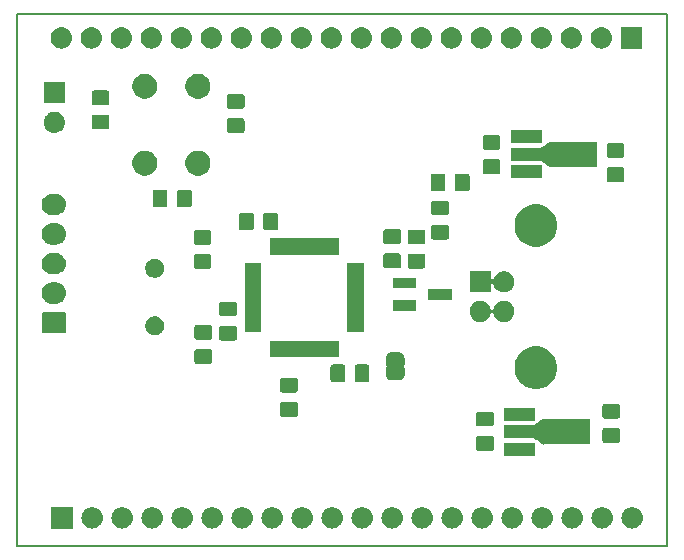
<source format=gts>
G04 #@! TF.GenerationSoftware,KiCad,Pcbnew,5.0.2-bee76a0~70~ubuntu18.04.1*
G04 #@! TF.CreationDate,2019-10-04T10:46:57+02:00*
G04 #@! TF.ProjectId,STM32F373_Dev_Board,53544d33-3246-4333-9733-5f4465765f42,rev?*
G04 #@! TF.SameCoordinates,PX9104060PY5859300*
G04 #@! TF.FileFunction,Soldermask,Top*
G04 #@! TF.FilePolarity,Negative*
%FSLAX46Y46*%
G04 Gerber Fmt 4.6, Leading zero omitted, Abs format (unit mm)*
G04 Created by KiCad (PCBNEW 5.0.2-bee76a0~70~ubuntu18.04.1) date Fr 04 Okt 2019 10:46:57 CEST*
%MOMM*%
%LPD*%
G01*
G04 APERTURE LIST*
%ADD10C,0.150000*%
G04 APERTURE END LIST*
D10*
X-52060000Y42640000D02*
X2940000Y42640000D01*
X-52060000Y-2360000D02*
X-52060000Y42640000D01*
X2940000Y-2360000D02*
X-52060000Y-2360000D01*
X2940000Y42640000D02*
X2940000Y-2360000D01*
G36*
X-47359000Y-901000D02*
X-49161000Y-901000D01*
X-49161000Y901000D01*
X-47359000Y901000D01*
X-47359000Y-901000D01*
X-47359000Y-901000D01*
G37*
G36*
X-7509557Y894481D02*
X-7443373Y887963D01*
X-7330147Y853616D01*
X-7273533Y836443D01*
X-7134913Y762348D01*
X-7117009Y752778D01*
X-7081271Y723448D01*
X-6979814Y640186D01*
X-6896552Y538729D01*
X-6867222Y502991D01*
X-6867221Y502989D01*
X-6783557Y346467D01*
X-6783557Y346466D01*
X-6732037Y176627D01*
X-6714641Y0D01*
X-6732037Y-176627D01*
X-6766384Y-289853D01*
X-6783557Y-346467D01*
X-6857652Y-485087D01*
X-6867222Y-502991D01*
X-6896552Y-538729D01*
X-6979814Y-640186D01*
X-7081271Y-723448D01*
X-7117009Y-752778D01*
X-7117011Y-752779D01*
X-7273533Y-836443D01*
X-7330147Y-853616D01*
X-7443373Y-887963D01*
X-7509558Y-894482D01*
X-7575740Y-901000D01*
X-7664260Y-901000D01*
X-7730443Y-894481D01*
X-7796627Y-887963D01*
X-7909853Y-853616D01*
X-7966467Y-836443D01*
X-8122989Y-752779D01*
X-8122991Y-752778D01*
X-8158729Y-723448D01*
X-8260186Y-640186D01*
X-8343448Y-538729D01*
X-8372778Y-502991D01*
X-8382348Y-485087D01*
X-8456443Y-346467D01*
X-8473616Y-289853D01*
X-8507963Y-176627D01*
X-8525359Y0D01*
X-8507963Y176627D01*
X-8456443Y346466D01*
X-8456443Y346467D01*
X-8372779Y502989D01*
X-8372778Y502991D01*
X-8343448Y538729D01*
X-8260186Y640186D01*
X-8158729Y723448D01*
X-8122991Y752778D01*
X-8105087Y762348D01*
X-7966467Y836443D01*
X-7909853Y853616D01*
X-7796627Y887963D01*
X-7730443Y894481D01*
X-7664260Y901000D01*
X-7575740Y901000D01*
X-7509557Y894481D01*
X-7509557Y894481D01*
G37*
G36*
X-30369557Y894481D02*
X-30303373Y887963D01*
X-30190147Y853616D01*
X-30133533Y836443D01*
X-29994913Y762348D01*
X-29977009Y752778D01*
X-29941271Y723448D01*
X-29839814Y640186D01*
X-29756552Y538729D01*
X-29727222Y502991D01*
X-29727221Y502989D01*
X-29643557Y346467D01*
X-29643557Y346466D01*
X-29592037Y176627D01*
X-29574641Y0D01*
X-29592037Y-176627D01*
X-29626384Y-289853D01*
X-29643557Y-346467D01*
X-29717652Y-485087D01*
X-29727222Y-502991D01*
X-29756552Y-538729D01*
X-29839814Y-640186D01*
X-29941271Y-723448D01*
X-29977009Y-752778D01*
X-29977011Y-752779D01*
X-30133533Y-836443D01*
X-30190147Y-853616D01*
X-30303373Y-887963D01*
X-30369557Y-894481D01*
X-30435740Y-901000D01*
X-30524260Y-901000D01*
X-30590443Y-894481D01*
X-30656627Y-887963D01*
X-30769853Y-853616D01*
X-30826467Y-836443D01*
X-30982989Y-752779D01*
X-30982991Y-752778D01*
X-31018729Y-723448D01*
X-31120186Y-640186D01*
X-31203448Y-538729D01*
X-31232778Y-502991D01*
X-31242348Y-485087D01*
X-31316443Y-346467D01*
X-31333616Y-289853D01*
X-31367963Y-176627D01*
X-31385359Y0D01*
X-31367963Y176627D01*
X-31316443Y346466D01*
X-31316443Y346467D01*
X-31232779Y502989D01*
X-31232778Y502991D01*
X-31203448Y538729D01*
X-31120186Y640186D01*
X-31018729Y723448D01*
X-30982991Y752778D01*
X-30965087Y762348D01*
X-30826467Y836443D01*
X-30769853Y853616D01*
X-30656627Y887963D01*
X-30590443Y894481D01*
X-30524260Y901000D01*
X-30435740Y901000D01*
X-30369557Y894481D01*
X-30369557Y894481D01*
G37*
G36*
X-27829557Y894481D02*
X-27763373Y887963D01*
X-27650147Y853616D01*
X-27593533Y836443D01*
X-27454913Y762348D01*
X-27437009Y752778D01*
X-27401271Y723448D01*
X-27299814Y640186D01*
X-27216552Y538729D01*
X-27187222Y502991D01*
X-27187221Y502989D01*
X-27103557Y346467D01*
X-27103557Y346466D01*
X-27052037Y176627D01*
X-27034641Y0D01*
X-27052037Y-176627D01*
X-27086384Y-289853D01*
X-27103557Y-346467D01*
X-27177652Y-485087D01*
X-27187222Y-502991D01*
X-27216552Y-538729D01*
X-27299814Y-640186D01*
X-27401271Y-723448D01*
X-27437009Y-752778D01*
X-27437011Y-752779D01*
X-27593533Y-836443D01*
X-27650147Y-853616D01*
X-27763373Y-887963D01*
X-27829558Y-894482D01*
X-27895740Y-901000D01*
X-27984260Y-901000D01*
X-28050443Y-894481D01*
X-28116627Y-887963D01*
X-28229853Y-853616D01*
X-28286467Y-836443D01*
X-28442989Y-752779D01*
X-28442991Y-752778D01*
X-28478729Y-723448D01*
X-28580186Y-640186D01*
X-28663448Y-538729D01*
X-28692778Y-502991D01*
X-28702348Y-485087D01*
X-28776443Y-346467D01*
X-28793616Y-289853D01*
X-28827963Y-176627D01*
X-28845359Y0D01*
X-28827963Y176627D01*
X-28776443Y346466D01*
X-28776443Y346467D01*
X-28692779Y502989D01*
X-28692778Y502991D01*
X-28663448Y538729D01*
X-28580186Y640186D01*
X-28478729Y723448D01*
X-28442991Y752778D01*
X-28425087Y762348D01*
X-28286467Y836443D01*
X-28229853Y853616D01*
X-28116627Y887963D01*
X-28050443Y894481D01*
X-27984260Y901000D01*
X-27895740Y901000D01*
X-27829557Y894481D01*
X-27829557Y894481D01*
G37*
G36*
X-25289557Y894481D02*
X-25223373Y887963D01*
X-25110147Y853616D01*
X-25053533Y836443D01*
X-24914913Y762348D01*
X-24897009Y752778D01*
X-24861271Y723448D01*
X-24759814Y640186D01*
X-24676552Y538729D01*
X-24647222Y502991D01*
X-24647221Y502989D01*
X-24563557Y346467D01*
X-24563557Y346466D01*
X-24512037Y176627D01*
X-24494641Y0D01*
X-24512037Y-176627D01*
X-24546384Y-289853D01*
X-24563557Y-346467D01*
X-24637652Y-485087D01*
X-24647222Y-502991D01*
X-24676552Y-538729D01*
X-24759814Y-640186D01*
X-24861271Y-723448D01*
X-24897009Y-752778D01*
X-24897011Y-752779D01*
X-25053533Y-836443D01*
X-25110147Y-853616D01*
X-25223373Y-887963D01*
X-25289558Y-894482D01*
X-25355740Y-901000D01*
X-25444260Y-901000D01*
X-25510443Y-894481D01*
X-25576627Y-887963D01*
X-25689853Y-853616D01*
X-25746467Y-836443D01*
X-25902989Y-752779D01*
X-25902991Y-752778D01*
X-25938729Y-723448D01*
X-26040186Y-640186D01*
X-26123448Y-538729D01*
X-26152778Y-502991D01*
X-26162348Y-485087D01*
X-26236443Y-346467D01*
X-26253616Y-289853D01*
X-26287963Y-176627D01*
X-26305359Y0D01*
X-26287963Y176627D01*
X-26236443Y346466D01*
X-26236443Y346467D01*
X-26152779Y502989D01*
X-26152778Y502991D01*
X-26123448Y538729D01*
X-26040186Y640186D01*
X-25938729Y723448D01*
X-25902991Y752778D01*
X-25885087Y762348D01*
X-25746467Y836443D01*
X-25689853Y853616D01*
X-25576627Y887963D01*
X-25510443Y894481D01*
X-25444260Y901000D01*
X-25355740Y901000D01*
X-25289557Y894481D01*
X-25289557Y894481D01*
G37*
G36*
X-22749557Y894481D02*
X-22683373Y887963D01*
X-22570147Y853616D01*
X-22513533Y836443D01*
X-22374913Y762348D01*
X-22357009Y752778D01*
X-22321271Y723448D01*
X-22219814Y640186D01*
X-22136552Y538729D01*
X-22107222Y502991D01*
X-22107221Y502989D01*
X-22023557Y346467D01*
X-22023557Y346466D01*
X-21972037Y176627D01*
X-21954641Y0D01*
X-21972037Y-176627D01*
X-22006384Y-289853D01*
X-22023557Y-346467D01*
X-22097652Y-485087D01*
X-22107222Y-502991D01*
X-22136552Y-538729D01*
X-22219814Y-640186D01*
X-22321271Y-723448D01*
X-22357009Y-752778D01*
X-22357011Y-752779D01*
X-22513533Y-836443D01*
X-22570147Y-853616D01*
X-22683373Y-887963D01*
X-22749558Y-894482D01*
X-22815740Y-901000D01*
X-22904260Y-901000D01*
X-22970443Y-894481D01*
X-23036627Y-887963D01*
X-23149853Y-853616D01*
X-23206467Y-836443D01*
X-23362989Y-752779D01*
X-23362991Y-752778D01*
X-23398729Y-723448D01*
X-23500186Y-640186D01*
X-23583448Y-538729D01*
X-23612778Y-502991D01*
X-23622348Y-485087D01*
X-23696443Y-346467D01*
X-23713616Y-289853D01*
X-23747963Y-176627D01*
X-23765359Y0D01*
X-23747963Y176627D01*
X-23696443Y346466D01*
X-23696443Y346467D01*
X-23612779Y502989D01*
X-23612778Y502991D01*
X-23583448Y538729D01*
X-23500186Y640186D01*
X-23398729Y723448D01*
X-23362991Y752778D01*
X-23345087Y762348D01*
X-23206467Y836443D01*
X-23149853Y853616D01*
X-23036627Y887963D01*
X-22970443Y894481D01*
X-22904260Y901000D01*
X-22815740Y901000D01*
X-22749557Y894481D01*
X-22749557Y894481D01*
G37*
G36*
X-20209557Y894481D02*
X-20143373Y887963D01*
X-20030147Y853616D01*
X-19973533Y836443D01*
X-19834913Y762348D01*
X-19817009Y752778D01*
X-19781271Y723448D01*
X-19679814Y640186D01*
X-19596552Y538729D01*
X-19567222Y502991D01*
X-19567221Y502989D01*
X-19483557Y346467D01*
X-19483557Y346466D01*
X-19432037Y176627D01*
X-19414641Y0D01*
X-19432037Y-176627D01*
X-19466384Y-289853D01*
X-19483557Y-346467D01*
X-19557652Y-485087D01*
X-19567222Y-502991D01*
X-19596552Y-538729D01*
X-19679814Y-640186D01*
X-19781271Y-723448D01*
X-19817009Y-752778D01*
X-19817011Y-752779D01*
X-19973533Y-836443D01*
X-20030147Y-853616D01*
X-20143373Y-887963D01*
X-20209558Y-894482D01*
X-20275740Y-901000D01*
X-20364260Y-901000D01*
X-20430443Y-894481D01*
X-20496627Y-887963D01*
X-20609853Y-853616D01*
X-20666467Y-836443D01*
X-20822989Y-752779D01*
X-20822991Y-752778D01*
X-20858729Y-723448D01*
X-20960186Y-640186D01*
X-21043448Y-538729D01*
X-21072778Y-502991D01*
X-21082348Y-485087D01*
X-21156443Y-346467D01*
X-21173616Y-289853D01*
X-21207963Y-176627D01*
X-21225359Y0D01*
X-21207963Y176627D01*
X-21156443Y346466D01*
X-21156443Y346467D01*
X-21072779Y502989D01*
X-21072778Y502991D01*
X-21043448Y538729D01*
X-20960186Y640186D01*
X-20858729Y723448D01*
X-20822991Y752778D01*
X-20805087Y762348D01*
X-20666467Y836443D01*
X-20609853Y853616D01*
X-20496627Y887963D01*
X-20430443Y894481D01*
X-20364260Y901000D01*
X-20275740Y901000D01*
X-20209557Y894481D01*
X-20209557Y894481D01*
G37*
G36*
X-17669557Y894481D02*
X-17603373Y887963D01*
X-17490147Y853616D01*
X-17433533Y836443D01*
X-17294913Y762348D01*
X-17277009Y752778D01*
X-17241271Y723448D01*
X-17139814Y640186D01*
X-17056552Y538729D01*
X-17027222Y502991D01*
X-17027221Y502989D01*
X-16943557Y346467D01*
X-16943557Y346466D01*
X-16892037Y176627D01*
X-16874641Y0D01*
X-16892037Y-176627D01*
X-16926384Y-289853D01*
X-16943557Y-346467D01*
X-17017652Y-485087D01*
X-17027222Y-502991D01*
X-17056552Y-538729D01*
X-17139814Y-640186D01*
X-17241271Y-723448D01*
X-17277009Y-752778D01*
X-17277011Y-752779D01*
X-17433533Y-836443D01*
X-17490147Y-853616D01*
X-17603373Y-887963D01*
X-17669558Y-894482D01*
X-17735740Y-901000D01*
X-17824260Y-901000D01*
X-17890443Y-894481D01*
X-17956627Y-887963D01*
X-18069853Y-853616D01*
X-18126467Y-836443D01*
X-18282989Y-752779D01*
X-18282991Y-752778D01*
X-18318729Y-723448D01*
X-18420186Y-640186D01*
X-18503448Y-538729D01*
X-18532778Y-502991D01*
X-18542348Y-485087D01*
X-18616443Y-346467D01*
X-18633616Y-289853D01*
X-18667963Y-176627D01*
X-18685359Y0D01*
X-18667963Y176627D01*
X-18616443Y346466D01*
X-18616443Y346467D01*
X-18532779Y502989D01*
X-18532778Y502991D01*
X-18503448Y538729D01*
X-18420186Y640186D01*
X-18318729Y723448D01*
X-18282991Y752778D01*
X-18265087Y762348D01*
X-18126467Y836443D01*
X-18069853Y853616D01*
X-17956627Y887963D01*
X-17890443Y894481D01*
X-17824260Y901000D01*
X-17735740Y901000D01*
X-17669557Y894481D01*
X-17669557Y894481D01*
G37*
G36*
X-15129557Y894481D02*
X-15063373Y887963D01*
X-14950147Y853616D01*
X-14893533Y836443D01*
X-14754913Y762348D01*
X-14737009Y752778D01*
X-14701271Y723448D01*
X-14599814Y640186D01*
X-14516552Y538729D01*
X-14487222Y502991D01*
X-14487221Y502989D01*
X-14403557Y346467D01*
X-14403557Y346466D01*
X-14352037Y176627D01*
X-14334641Y0D01*
X-14352037Y-176627D01*
X-14386384Y-289853D01*
X-14403557Y-346467D01*
X-14477652Y-485087D01*
X-14487222Y-502991D01*
X-14516552Y-538729D01*
X-14599814Y-640186D01*
X-14701271Y-723448D01*
X-14737009Y-752778D01*
X-14737011Y-752779D01*
X-14893533Y-836443D01*
X-14950147Y-853616D01*
X-15063373Y-887963D01*
X-15129558Y-894482D01*
X-15195740Y-901000D01*
X-15284260Y-901000D01*
X-15350443Y-894481D01*
X-15416627Y-887963D01*
X-15529853Y-853616D01*
X-15586467Y-836443D01*
X-15742989Y-752779D01*
X-15742991Y-752778D01*
X-15778729Y-723448D01*
X-15880186Y-640186D01*
X-15963448Y-538729D01*
X-15992778Y-502991D01*
X-16002348Y-485087D01*
X-16076443Y-346467D01*
X-16093616Y-289853D01*
X-16127963Y-176627D01*
X-16145359Y0D01*
X-16127963Y176627D01*
X-16076443Y346466D01*
X-16076443Y346467D01*
X-15992779Y502989D01*
X-15992778Y502991D01*
X-15963448Y538729D01*
X-15880186Y640186D01*
X-15778729Y723448D01*
X-15742991Y752778D01*
X-15725087Y762348D01*
X-15586467Y836443D01*
X-15529853Y853616D01*
X-15416627Y887963D01*
X-15350443Y894481D01*
X-15284260Y901000D01*
X-15195740Y901000D01*
X-15129557Y894481D01*
X-15129557Y894481D01*
G37*
G36*
X-12589557Y894481D02*
X-12523373Y887963D01*
X-12410147Y853616D01*
X-12353533Y836443D01*
X-12214913Y762348D01*
X-12197009Y752778D01*
X-12161271Y723448D01*
X-12059814Y640186D01*
X-11976552Y538729D01*
X-11947222Y502991D01*
X-11947221Y502989D01*
X-11863557Y346467D01*
X-11863557Y346466D01*
X-11812037Y176627D01*
X-11794641Y0D01*
X-11812037Y-176627D01*
X-11846384Y-289853D01*
X-11863557Y-346467D01*
X-11937652Y-485087D01*
X-11947222Y-502991D01*
X-11976552Y-538729D01*
X-12059814Y-640186D01*
X-12161271Y-723448D01*
X-12197009Y-752778D01*
X-12197011Y-752779D01*
X-12353533Y-836443D01*
X-12410147Y-853616D01*
X-12523373Y-887963D01*
X-12589558Y-894482D01*
X-12655740Y-901000D01*
X-12744260Y-901000D01*
X-12810443Y-894481D01*
X-12876627Y-887963D01*
X-12989853Y-853616D01*
X-13046467Y-836443D01*
X-13202989Y-752779D01*
X-13202991Y-752778D01*
X-13238729Y-723448D01*
X-13340186Y-640186D01*
X-13423448Y-538729D01*
X-13452778Y-502991D01*
X-13462348Y-485087D01*
X-13536443Y-346467D01*
X-13553616Y-289853D01*
X-13587963Y-176627D01*
X-13605359Y0D01*
X-13587963Y176627D01*
X-13536443Y346466D01*
X-13536443Y346467D01*
X-13452779Y502989D01*
X-13452778Y502991D01*
X-13423448Y538729D01*
X-13340186Y640186D01*
X-13238729Y723448D01*
X-13202991Y752778D01*
X-13185087Y762348D01*
X-13046467Y836443D01*
X-12989853Y853616D01*
X-12876627Y887963D01*
X-12810443Y894481D01*
X-12744260Y901000D01*
X-12655740Y901000D01*
X-12589557Y894481D01*
X-12589557Y894481D01*
G37*
G36*
X-10049557Y894481D02*
X-9983373Y887963D01*
X-9870147Y853616D01*
X-9813533Y836443D01*
X-9674913Y762348D01*
X-9657009Y752778D01*
X-9621271Y723448D01*
X-9519814Y640186D01*
X-9436552Y538729D01*
X-9407222Y502991D01*
X-9407221Y502989D01*
X-9323557Y346467D01*
X-9323557Y346466D01*
X-9272037Y176627D01*
X-9254641Y0D01*
X-9272037Y-176627D01*
X-9306384Y-289853D01*
X-9323557Y-346467D01*
X-9397652Y-485087D01*
X-9407222Y-502991D01*
X-9436552Y-538729D01*
X-9519814Y-640186D01*
X-9621271Y-723448D01*
X-9657009Y-752778D01*
X-9657011Y-752779D01*
X-9813533Y-836443D01*
X-9870147Y-853616D01*
X-9983373Y-887963D01*
X-10049558Y-894482D01*
X-10115740Y-901000D01*
X-10204260Y-901000D01*
X-10270443Y-894481D01*
X-10336627Y-887963D01*
X-10449853Y-853616D01*
X-10506467Y-836443D01*
X-10662989Y-752779D01*
X-10662991Y-752778D01*
X-10698729Y-723448D01*
X-10800186Y-640186D01*
X-10883448Y-538729D01*
X-10912778Y-502991D01*
X-10922348Y-485087D01*
X-10996443Y-346467D01*
X-11013616Y-289853D01*
X-11047963Y-176627D01*
X-11065359Y0D01*
X-11047963Y176627D01*
X-10996443Y346466D01*
X-10996443Y346467D01*
X-10912779Y502989D01*
X-10912778Y502991D01*
X-10883448Y538729D01*
X-10800186Y640186D01*
X-10698729Y723448D01*
X-10662991Y752778D01*
X-10645087Y762348D01*
X-10506467Y836443D01*
X-10449853Y853616D01*
X-10336627Y887963D01*
X-10270443Y894481D01*
X-10204260Y901000D01*
X-10115740Y901000D01*
X-10049557Y894481D01*
X-10049557Y894481D01*
G37*
G36*
X-2429557Y894481D02*
X-2363373Y887963D01*
X-2250147Y853616D01*
X-2193533Y836443D01*
X-2054913Y762348D01*
X-2037009Y752778D01*
X-2001271Y723448D01*
X-1899814Y640186D01*
X-1816552Y538729D01*
X-1787222Y502991D01*
X-1787221Y502989D01*
X-1703557Y346467D01*
X-1703557Y346466D01*
X-1652037Y176627D01*
X-1634641Y0D01*
X-1652037Y-176627D01*
X-1686384Y-289853D01*
X-1703557Y-346467D01*
X-1777652Y-485087D01*
X-1787222Y-502991D01*
X-1816552Y-538729D01*
X-1899814Y-640186D01*
X-2001271Y-723448D01*
X-2037009Y-752778D01*
X-2037011Y-752779D01*
X-2193533Y-836443D01*
X-2250147Y-853616D01*
X-2363373Y-887963D01*
X-2429558Y-894482D01*
X-2495740Y-901000D01*
X-2584260Y-901000D01*
X-2650443Y-894481D01*
X-2716627Y-887963D01*
X-2829853Y-853616D01*
X-2886467Y-836443D01*
X-3042989Y-752779D01*
X-3042991Y-752778D01*
X-3078729Y-723448D01*
X-3180186Y-640186D01*
X-3263448Y-538729D01*
X-3292778Y-502991D01*
X-3302348Y-485087D01*
X-3376443Y-346467D01*
X-3393616Y-289853D01*
X-3427963Y-176627D01*
X-3445359Y0D01*
X-3427963Y176627D01*
X-3376443Y346466D01*
X-3376443Y346467D01*
X-3292779Y502989D01*
X-3292778Y502991D01*
X-3263448Y538729D01*
X-3180186Y640186D01*
X-3078729Y723448D01*
X-3042991Y752778D01*
X-3025087Y762348D01*
X-2886467Y836443D01*
X-2829853Y853616D01*
X-2716627Y887963D01*
X-2650443Y894481D01*
X-2584260Y901000D01*
X-2495740Y901000D01*
X-2429557Y894481D01*
X-2429557Y894481D01*
G37*
G36*
X-4969557Y894481D02*
X-4903373Y887963D01*
X-4790147Y853616D01*
X-4733533Y836443D01*
X-4594913Y762348D01*
X-4577009Y752778D01*
X-4541271Y723448D01*
X-4439814Y640186D01*
X-4356552Y538729D01*
X-4327222Y502991D01*
X-4327221Y502989D01*
X-4243557Y346467D01*
X-4243557Y346466D01*
X-4192037Y176627D01*
X-4174641Y0D01*
X-4192037Y-176627D01*
X-4226384Y-289853D01*
X-4243557Y-346467D01*
X-4317652Y-485087D01*
X-4327222Y-502991D01*
X-4356552Y-538729D01*
X-4439814Y-640186D01*
X-4541271Y-723448D01*
X-4577009Y-752778D01*
X-4577011Y-752779D01*
X-4733533Y-836443D01*
X-4790147Y-853616D01*
X-4903373Y-887963D01*
X-4969558Y-894482D01*
X-5035740Y-901000D01*
X-5124260Y-901000D01*
X-5190443Y-894481D01*
X-5256627Y-887963D01*
X-5369853Y-853616D01*
X-5426467Y-836443D01*
X-5582989Y-752779D01*
X-5582991Y-752778D01*
X-5618729Y-723448D01*
X-5720186Y-640186D01*
X-5803448Y-538729D01*
X-5832778Y-502991D01*
X-5842348Y-485087D01*
X-5916443Y-346467D01*
X-5933616Y-289853D01*
X-5967963Y-176627D01*
X-5985359Y0D01*
X-5967963Y176627D01*
X-5916443Y346466D01*
X-5916443Y346467D01*
X-5832779Y502989D01*
X-5832778Y502991D01*
X-5803448Y538729D01*
X-5720186Y640186D01*
X-5618729Y723448D01*
X-5582991Y752778D01*
X-5565087Y762348D01*
X-5426467Y836443D01*
X-5369853Y853616D01*
X-5256627Y887963D01*
X-5190443Y894481D01*
X-5124260Y901000D01*
X-5035740Y901000D01*
X-4969557Y894481D01*
X-4969557Y894481D01*
G37*
G36*
X-45609557Y894481D02*
X-45543373Y887963D01*
X-45430147Y853616D01*
X-45373533Y836443D01*
X-45234913Y762348D01*
X-45217009Y752778D01*
X-45181271Y723448D01*
X-45079814Y640186D01*
X-44996552Y538729D01*
X-44967222Y502991D01*
X-44967221Y502989D01*
X-44883557Y346467D01*
X-44883557Y346466D01*
X-44832037Y176627D01*
X-44814641Y0D01*
X-44832037Y-176627D01*
X-44866384Y-289853D01*
X-44883557Y-346467D01*
X-44957652Y-485087D01*
X-44967222Y-502991D01*
X-44996552Y-538729D01*
X-45079814Y-640186D01*
X-45181271Y-723448D01*
X-45217009Y-752778D01*
X-45217011Y-752779D01*
X-45373533Y-836443D01*
X-45430147Y-853616D01*
X-45543373Y-887963D01*
X-45609557Y-894481D01*
X-45675740Y-901000D01*
X-45764260Y-901000D01*
X-45830443Y-894481D01*
X-45896627Y-887963D01*
X-46009853Y-853616D01*
X-46066467Y-836443D01*
X-46222989Y-752779D01*
X-46222991Y-752778D01*
X-46258729Y-723448D01*
X-46360186Y-640186D01*
X-46443448Y-538729D01*
X-46472778Y-502991D01*
X-46482348Y-485087D01*
X-46556443Y-346467D01*
X-46573616Y-289853D01*
X-46607963Y-176627D01*
X-46625359Y0D01*
X-46607963Y176627D01*
X-46556443Y346466D01*
X-46556443Y346467D01*
X-46472779Y502989D01*
X-46472778Y502991D01*
X-46443448Y538729D01*
X-46360186Y640186D01*
X-46258729Y723448D01*
X-46222991Y752778D01*
X-46205087Y762348D01*
X-46066467Y836443D01*
X-46009853Y853616D01*
X-45896627Y887963D01*
X-45830443Y894481D01*
X-45764260Y901000D01*
X-45675740Y901000D01*
X-45609557Y894481D01*
X-45609557Y894481D01*
G37*
G36*
X-43069557Y894481D02*
X-43003373Y887963D01*
X-42890147Y853616D01*
X-42833533Y836443D01*
X-42694913Y762348D01*
X-42677009Y752778D01*
X-42641271Y723448D01*
X-42539814Y640186D01*
X-42456552Y538729D01*
X-42427222Y502991D01*
X-42427221Y502989D01*
X-42343557Y346467D01*
X-42343557Y346466D01*
X-42292037Y176627D01*
X-42274641Y0D01*
X-42292037Y-176627D01*
X-42326384Y-289853D01*
X-42343557Y-346467D01*
X-42417652Y-485087D01*
X-42427222Y-502991D01*
X-42456552Y-538729D01*
X-42539814Y-640186D01*
X-42641271Y-723448D01*
X-42677009Y-752778D01*
X-42677011Y-752779D01*
X-42833533Y-836443D01*
X-42890147Y-853616D01*
X-43003373Y-887963D01*
X-43069557Y-894481D01*
X-43135740Y-901000D01*
X-43224260Y-901000D01*
X-43290443Y-894481D01*
X-43356627Y-887963D01*
X-43469853Y-853616D01*
X-43526467Y-836443D01*
X-43682989Y-752779D01*
X-43682991Y-752778D01*
X-43718729Y-723448D01*
X-43820186Y-640186D01*
X-43903448Y-538729D01*
X-43932778Y-502991D01*
X-43942348Y-485087D01*
X-44016443Y-346467D01*
X-44033616Y-289853D01*
X-44067963Y-176627D01*
X-44085359Y0D01*
X-44067963Y176627D01*
X-44016443Y346466D01*
X-44016443Y346467D01*
X-43932779Y502989D01*
X-43932778Y502991D01*
X-43903448Y538729D01*
X-43820186Y640186D01*
X-43718729Y723448D01*
X-43682991Y752778D01*
X-43665087Y762348D01*
X-43526467Y836443D01*
X-43469853Y853616D01*
X-43356627Y887963D01*
X-43290443Y894481D01*
X-43224260Y901000D01*
X-43135740Y901000D01*
X-43069557Y894481D01*
X-43069557Y894481D01*
G37*
G36*
X-40529557Y894481D02*
X-40463373Y887963D01*
X-40350147Y853616D01*
X-40293533Y836443D01*
X-40154913Y762348D01*
X-40137009Y752778D01*
X-40101271Y723448D01*
X-39999814Y640186D01*
X-39916552Y538729D01*
X-39887222Y502991D01*
X-39887221Y502989D01*
X-39803557Y346467D01*
X-39803557Y346466D01*
X-39752037Y176627D01*
X-39734641Y0D01*
X-39752037Y-176627D01*
X-39786384Y-289853D01*
X-39803557Y-346467D01*
X-39877652Y-485087D01*
X-39887222Y-502991D01*
X-39916552Y-538729D01*
X-39999814Y-640186D01*
X-40101271Y-723448D01*
X-40137009Y-752778D01*
X-40137011Y-752779D01*
X-40293533Y-836443D01*
X-40350147Y-853616D01*
X-40463373Y-887963D01*
X-40529557Y-894481D01*
X-40595740Y-901000D01*
X-40684260Y-901000D01*
X-40750443Y-894481D01*
X-40816627Y-887963D01*
X-40929853Y-853616D01*
X-40986467Y-836443D01*
X-41142989Y-752779D01*
X-41142991Y-752778D01*
X-41178729Y-723448D01*
X-41280186Y-640186D01*
X-41363448Y-538729D01*
X-41392778Y-502991D01*
X-41402348Y-485087D01*
X-41476443Y-346467D01*
X-41493616Y-289853D01*
X-41527963Y-176627D01*
X-41545359Y0D01*
X-41527963Y176627D01*
X-41476443Y346466D01*
X-41476443Y346467D01*
X-41392779Y502989D01*
X-41392778Y502991D01*
X-41363448Y538729D01*
X-41280186Y640186D01*
X-41178729Y723448D01*
X-41142991Y752778D01*
X-41125087Y762348D01*
X-40986467Y836443D01*
X-40929853Y853616D01*
X-40816627Y887963D01*
X-40750443Y894481D01*
X-40684260Y901000D01*
X-40595740Y901000D01*
X-40529557Y894481D01*
X-40529557Y894481D01*
G37*
G36*
X-35449557Y894481D02*
X-35383373Y887963D01*
X-35270147Y853616D01*
X-35213533Y836443D01*
X-35074913Y762348D01*
X-35057009Y752778D01*
X-35021271Y723448D01*
X-34919814Y640186D01*
X-34836552Y538729D01*
X-34807222Y502991D01*
X-34807221Y502989D01*
X-34723557Y346467D01*
X-34723557Y346466D01*
X-34672037Y176627D01*
X-34654641Y0D01*
X-34672037Y-176627D01*
X-34706384Y-289853D01*
X-34723557Y-346467D01*
X-34797652Y-485087D01*
X-34807222Y-502991D01*
X-34836552Y-538729D01*
X-34919814Y-640186D01*
X-35021271Y-723448D01*
X-35057009Y-752778D01*
X-35057011Y-752779D01*
X-35213533Y-836443D01*
X-35270147Y-853616D01*
X-35383373Y-887963D01*
X-35449557Y-894481D01*
X-35515740Y-901000D01*
X-35604260Y-901000D01*
X-35670443Y-894481D01*
X-35736627Y-887963D01*
X-35849853Y-853616D01*
X-35906467Y-836443D01*
X-36062989Y-752779D01*
X-36062991Y-752778D01*
X-36098729Y-723448D01*
X-36200186Y-640186D01*
X-36283448Y-538729D01*
X-36312778Y-502991D01*
X-36322348Y-485087D01*
X-36396443Y-346467D01*
X-36413616Y-289853D01*
X-36447963Y-176627D01*
X-36465359Y0D01*
X-36447963Y176627D01*
X-36396443Y346466D01*
X-36396443Y346467D01*
X-36312779Y502989D01*
X-36312778Y502991D01*
X-36283448Y538729D01*
X-36200186Y640186D01*
X-36098729Y723448D01*
X-36062991Y752778D01*
X-36045087Y762348D01*
X-35906467Y836443D01*
X-35849853Y853616D01*
X-35736627Y887963D01*
X-35670443Y894481D01*
X-35604260Y901000D01*
X-35515740Y901000D01*
X-35449557Y894481D01*
X-35449557Y894481D01*
G37*
G36*
X-32909557Y894481D02*
X-32843373Y887963D01*
X-32730147Y853616D01*
X-32673533Y836443D01*
X-32534913Y762348D01*
X-32517009Y752778D01*
X-32481271Y723448D01*
X-32379814Y640186D01*
X-32296552Y538729D01*
X-32267222Y502991D01*
X-32267221Y502989D01*
X-32183557Y346467D01*
X-32183557Y346466D01*
X-32132037Y176627D01*
X-32114641Y0D01*
X-32132037Y-176627D01*
X-32166384Y-289853D01*
X-32183557Y-346467D01*
X-32257652Y-485087D01*
X-32267222Y-502991D01*
X-32296552Y-538729D01*
X-32379814Y-640186D01*
X-32481271Y-723448D01*
X-32517009Y-752778D01*
X-32517011Y-752779D01*
X-32673533Y-836443D01*
X-32730147Y-853616D01*
X-32843373Y-887963D01*
X-32909557Y-894481D01*
X-32975740Y-901000D01*
X-33064260Y-901000D01*
X-33130443Y-894481D01*
X-33196627Y-887963D01*
X-33309853Y-853616D01*
X-33366467Y-836443D01*
X-33522989Y-752779D01*
X-33522991Y-752778D01*
X-33558729Y-723448D01*
X-33660186Y-640186D01*
X-33743448Y-538729D01*
X-33772778Y-502991D01*
X-33782348Y-485087D01*
X-33856443Y-346467D01*
X-33873616Y-289853D01*
X-33907963Y-176627D01*
X-33925359Y0D01*
X-33907963Y176627D01*
X-33856443Y346466D01*
X-33856443Y346467D01*
X-33772779Y502989D01*
X-33772778Y502991D01*
X-33743448Y538729D01*
X-33660186Y640186D01*
X-33558729Y723448D01*
X-33522991Y752778D01*
X-33505087Y762348D01*
X-33366467Y836443D01*
X-33309853Y853616D01*
X-33196627Y887963D01*
X-33130443Y894481D01*
X-33064260Y901000D01*
X-32975740Y901000D01*
X-32909557Y894481D01*
X-32909557Y894481D01*
G37*
G36*
X110443Y894481D02*
X176627Y887963D01*
X289853Y853616D01*
X346467Y836443D01*
X485087Y762348D01*
X502991Y752778D01*
X538729Y723448D01*
X640186Y640186D01*
X723448Y538729D01*
X752778Y502991D01*
X752779Y502989D01*
X836443Y346467D01*
X836443Y346466D01*
X887963Y176627D01*
X905359Y0D01*
X887963Y-176627D01*
X853616Y-289853D01*
X836443Y-346467D01*
X762348Y-485087D01*
X752778Y-502991D01*
X723448Y-538729D01*
X640186Y-640186D01*
X538729Y-723448D01*
X502991Y-752778D01*
X502989Y-752779D01*
X346467Y-836443D01*
X289853Y-853616D01*
X176627Y-887963D01*
X110442Y-894482D01*
X44260Y-901000D01*
X-44260Y-901000D01*
X-110443Y-894481D01*
X-176627Y-887963D01*
X-289853Y-853616D01*
X-346467Y-836443D01*
X-502989Y-752779D01*
X-502991Y-752778D01*
X-538729Y-723448D01*
X-640186Y-640186D01*
X-723448Y-538729D01*
X-752778Y-502991D01*
X-762348Y-485087D01*
X-836443Y-346467D01*
X-853616Y-289853D01*
X-887963Y-176627D01*
X-905359Y0D01*
X-887963Y176627D01*
X-836443Y346466D01*
X-836443Y346467D01*
X-752779Y502989D01*
X-752778Y502991D01*
X-723448Y538729D01*
X-640186Y640186D01*
X-538729Y723448D01*
X-502991Y752778D01*
X-485087Y762348D01*
X-346467Y836443D01*
X-289853Y853616D01*
X-176627Y887963D01*
X-110443Y894481D01*
X-44260Y901000D01*
X44260Y901000D01*
X110443Y894481D01*
X110443Y894481D01*
G37*
G36*
X-37989557Y894481D02*
X-37923373Y887963D01*
X-37810147Y853616D01*
X-37753533Y836443D01*
X-37614913Y762348D01*
X-37597009Y752778D01*
X-37561271Y723448D01*
X-37459814Y640186D01*
X-37376552Y538729D01*
X-37347222Y502991D01*
X-37347221Y502989D01*
X-37263557Y346467D01*
X-37263557Y346466D01*
X-37212037Y176627D01*
X-37194641Y0D01*
X-37212037Y-176627D01*
X-37246384Y-289853D01*
X-37263557Y-346467D01*
X-37337652Y-485087D01*
X-37347222Y-502991D01*
X-37376552Y-538729D01*
X-37459814Y-640186D01*
X-37561271Y-723448D01*
X-37597009Y-752778D01*
X-37597011Y-752779D01*
X-37753533Y-836443D01*
X-37810147Y-853616D01*
X-37923373Y-887963D01*
X-37989557Y-894481D01*
X-38055740Y-901000D01*
X-38144260Y-901000D01*
X-38210443Y-894481D01*
X-38276627Y-887963D01*
X-38389853Y-853616D01*
X-38446467Y-836443D01*
X-38602989Y-752779D01*
X-38602991Y-752778D01*
X-38638729Y-723448D01*
X-38740186Y-640186D01*
X-38823448Y-538729D01*
X-38852778Y-502991D01*
X-38862348Y-485087D01*
X-38936443Y-346467D01*
X-38953616Y-289853D01*
X-38987963Y-176627D01*
X-39005359Y0D01*
X-38987963Y176627D01*
X-38936443Y346466D01*
X-38936443Y346467D01*
X-38852779Y502989D01*
X-38852778Y502991D01*
X-38823448Y538729D01*
X-38740186Y640186D01*
X-38638729Y723448D01*
X-38602991Y752778D01*
X-38585087Y762348D01*
X-38446467Y836443D01*
X-38389853Y853616D01*
X-38276627Y887963D01*
X-38210443Y894481D01*
X-38144260Y901000D01*
X-38055740Y901000D01*
X-37989557Y894481D01*
X-37989557Y894481D01*
G37*
G36*
X-8239000Y5239000D02*
X-10841000Y5239000D01*
X-10841000Y6341000D01*
X-8239000Y6341000D01*
X-8239000Y5239000D01*
X-8239000Y5239000D01*
G37*
G36*
X-11871323Y6936535D02*
X-11833636Y6925102D01*
X-11798897Y6906534D01*
X-11768452Y6881548D01*
X-11743466Y6851103D01*
X-11724898Y6816364D01*
X-11713465Y6778677D01*
X-11709000Y6733339D01*
X-11709000Y5896661D01*
X-11713465Y5851323D01*
X-11724898Y5813636D01*
X-11743466Y5778897D01*
X-11768452Y5748452D01*
X-11798897Y5723466D01*
X-11833636Y5704898D01*
X-11871323Y5693465D01*
X-11916661Y5689000D01*
X-13003339Y5689000D01*
X-13048677Y5693465D01*
X-13086364Y5704898D01*
X-13121103Y5723466D01*
X-13151548Y5748452D01*
X-13176534Y5778897D01*
X-13195102Y5813636D01*
X-13206535Y5851323D01*
X-13211000Y5896661D01*
X-13211000Y6733339D01*
X-13206535Y6778677D01*
X-13195102Y6816364D01*
X-13176534Y6851103D01*
X-13151548Y6881548D01*
X-13121103Y6906534D01*
X-13086364Y6925102D01*
X-13048677Y6936535D01*
X-13003339Y6941000D01*
X-11916661Y6941000D01*
X-11871323Y6936535D01*
X-11871323Y6936535D01*
G37*
G36*
X-7482934Y8396554D02*
X-7467388Y8377612D01*
X-7448446Y8362066D01*
X-7426835Y8350515D01*
X-7403386Y8343402D01*
X-7379000Y8341000D01*
X-3529000Y8341000D01*
X-3529000Y6239000D01*
X-7379000Y6239000D01*
X-7403386Y6236598D01*
X-7426835Y6229485D01*
X-7448446Y6217934D01*
X-7467388Y6202388D01*
X-7482934Y6183446D01*
X-7484032Y6181392D01*
X-7538952Y6218006D01*
X-7560575Y6229535D01*
X-7584031Y6236624D01*
X-7608289Y6239000D01*
X-7634051Y6239000D01*
X-7640515Y6260309D01*
X-7652066Y6281920D01*
X-7667612Y6300862D01*
X-7686662Y6316480D01*
X-8044662Y6555147D01*
X-8056573Y6561498D01*
X-8066951Y6570006D01*
X-8288951Y6718006D01*
X-8310574Y6729535D01*
X-8334031Y6736624D01*
X-8358289Y6739000D01*
X-10841000Y6739000D01*
X-10841000Y7841000D01*
X-8358289Y7841000D01*
X-8333903Y7843402D01*
X-8310454Y7850515D01*
X-8288951Y7861994D01*
X-8066951Y8009994D01*
X-8056567Y8018498D01*
X-8044662Y8024853D01*
X-7686662Y8263520D01*
X-7667704Y8279045D01*
X-7652139Y8297971D01*
X-7640565Y8319570D01*
X-7634040Y8341000D01*
X-7608289Y8341000D01*
X-7583903Y8343402D01*
X-7560454Y8350515D01*
X-7538952Y8361994D01*
X-7484032Y8398608D01*
X-7482934Y8396554D01*
X-7482934Y8396554D01*
G37*
G36*
X-1171323Y7611535D02*
X-1133636Y7600102D01*
X-1098897Y7581534D01*
X-1068452Y7556548D01*
X-1043466Y7526103D01*
X-1024898Y7491364D01*
X-1013465Y7453677D01*
X-1009000Y7408339D01*
X-1009000Y6571661D01*
X-1013465Y6526323D01*
X-1024898Y6488636D01*
X-1043466Y6453897D01*
X-1068452Y6423452D01*
X-1098897Y6398466D01*
X-1133636Y6379898D01*
X-1171323Y6368465D01*
X-1216661Y6364000D01*
X-2303339Y6364000D01*
X-2348677Y6368465D01*
X-2386364Y6379898D01*
X-2421103Y6398466D01*
X-2451548Y6423452D01*
X-2476534Y6453897D01*
X-2495102Y6488636D01*
X-2506535Y6526323D01*
X-2511000Y6571661D01*
X-2511000Y7408339D01*
X-2506535Y7453677D01*
X-2495102Y7491364D01*
X-2476534Y7526103D01*
X-2451548Y7556548D01*
X-2421103Y7581534D01*
X-2386364Y7600102D01*
X-2348677Y7611535D01*
X-2303339Y7616000D01*
X-1216661Y7616000D01*
X-1171323Y7611535D01*
X-1171323Y7611535D01*
G37*
G36*
X-11871323Y8986535D02*
X-11833636Y8975102D01*
X-11798897Y8956534D01*
X-11768452Y8931548D01*
X-11743466Y8901103D01*
X-11724898Y8866364D01*
X-11713465Y8828677D01*
X-11709000Y8783339D01*
X-11709000Y7946661D01*
X-11713465Y7901323D01*
X-11724898Y7863636D01*
X-11743466Y7828897D01*
X-11768452Y7798452D01*
X-11798897Y7773466D01*
X-11833636Y7754898D01*
X-11871323Y7743465D01*
X-11916661Y7739000D01*
X-13003339Y7739000D01*
X-13048677Y7743465D01*
X-13086364Y7754898D01*
X-13121103Y7773466D01*
X-13151548Y7798452D01*
X-13176534Y7828897D01*
X-13195102Y7863636D01*
X-13206535Y7901323D01*
X-13211000Y7946661D01*
X-13211000Y8783339D01*
X-13206535Y8828677D01*
X-13195102Y8866364D01*
X-13176534Y8901103D01*
X-13151548Y8931548D01*
X-13121103Y8956534D01*
X-13086364Y8975102D01*
X-13048677Y8986535D01*
X-13003339Y8991000D01*
X-11916661Y8991000D01*
X-11871323Y8986535D01*
X-11871323Y8986535D01*
G37*
G36*
X-8239000Y8239000D02*
X-10841000Y8239000D01*
X-10841000Y9341000D01*
X-8239000Y9341000D01*
X-8239000Y8239000D01*
X-8239000Y8239000D01*
G37*
G36*
X-1171323Y9661535D02*
X-1133636Y9650102D01*
X-1098897Y9631534D01*
X-1068452Y9606548D01*
X-1043466Y9576103D01*
X-1024898Y9541364D01*
X-1013465Y9503677D01*
X-1009000Y9458339D01*
X-1009000Y8621661D01*
X-1013465Y8576323D01*
X-1024898Y8538636D01*
X-1043466Y8503897D01*
X-1068452Y8473452D01*
X-1098897Y8448466D01*
X-1133636Y8429898D01*
X-1171323Y8418465D01*
X-1216661Y8414000D01*
X-2303339Y8414000D01*
X-2348677Y8418465D01*
X-2386364Y8429898D01*
X-2421103Y8448466D01*
X-2451548Y8473452D01*
X-2476534Y8503897D01*
X-2495102Y8538636D01*
X-2506535Y8576323D01*
X-2511000Y8621661D01*
X-2511000Y9458339D01*
X-2506535Y9503677D01*
X-2495102Y9541364D01*
X-2476534Y9576103D01*
X-2451548Y9606548D01*
X-2421103Y9631534D01*
X-2386364Y9650102D01*
X-2348677Y9661535D01*
X-2303339Y9666000D01*
X-1216661Y9666000D01*
X-1171323Y9661535D01*
X-1171323Y9661535D01*
G37*
G36*
X-28471323Y9811535D02*
X-28433636Y9800102D01*
X-28398897Y9781534D01*
X-28368452Y9756548D01*
X-28343466Y9726103D01*
X-28324898Y9691364D01*
X-28313465Y9653677D01*
X-28309000Y9608339D01*
X-28309000Y8771661D01*
X-28313465Y8726323D01*
X-28324898Y8688636D01*
X-28343466Y8653897D01*
X-28368452Y8623452D01*
X-28398897Y8598466D01*
X-28433636Y8579898D01*
X-28471323Y8568465D01*
X-28516661Y8564000D01*
X-29603339Y8564000D01*
X-29648677Y8568465D01*
X-29686364Y8579898D01*
X-29721103Y8598466D01*
X-29751548Y8623452D01*
X-29776534Y8653897D01*
X-29795102Y8688636D01*
X-29806535Y8726323D01*
X-29811000Y8771661D01*
X-29811000Y9608339D01*
X-29806535Y9653677D01*
X-29795102Y9691364D01*
X-29776534Y9726103D01*
X-29751548Y9756548D01*
X-29721103Y9781534D01*
X-29686364Y9800102D01*
X-29648677Y9811535D01*
X-29603339Y9816000D01*
X-28516661Y9816000D01*
X-28471323Y9811535D01*
X-28471323Y9811535D01*
G37*
G36*
X-28471323Y11861535D02*
X-28433636Y11850102D01*
X-28398897Y11831534D01*
X-28368452Y11806548D01*
X-28343466Y11776103D01*
X-28324898Y11741364D01*
X-28313465Y11703677D01*
X-28309000Y11658339D01*
X-28309000Y10821661D01*
X-28313465Y10776323D01*
X-28324898Y10738636D01*
X-28343466Y10703897D01*
X-28368452Y10673452D01*
X-28398897Y10648466D01*
X-28433636Y10629898D01*
X-28471323Y10618465D01*
X-28516661Y10614000D01*
X-29603339Y10614000D01*
X-29648677Y10618465D01*
X-29686364Y10629898D01*
X-29721103Y10648466D01*
X-29751548Y10673452D01*
X-29776534Y10703897D01*
X-29795102Y10738636D01*
X-29806535Y10776323D01*
X-29811000Y10821661D01*
X-29811000Y11658339D01*
X-29806535Y11703677D01*
X-29795102Y11741364D01*
X-29776534Y11776103D01*
X-29751548Y11806548D01*
X-29721103Y11831534D01*
X-29686364Y11850102D01*
X-29648677Y11861535D01*
X-29603339Y11866000D01*
X-28516661Y11866000D01*
X-28471323Y11861535D01*
X-28471323Y11861535D01*
G37*
G36*
X-7624669Y14451789D02*
X-7296908Y14316026D01*
X-7001927Y14118926D01*
X-6751074Y13868073D01*
X-6553974Y13573092D01*
X-6418211Y13245331D01*
X-6349000Y12897384D01*
X-6349000Y12542616D01*
X-6418211Y12194669D01*
X-6553974Y11866908D01*
X-6751074Y11571927D01*
X-7001927Y11321074D01*
X-7296908Y11123974D01*
X-7624669Y10988211D01*
X-7972616Y10919000D01*
X-8327384Y10919000D01*
X-8675331Y10988211D01*
X-9003092Y11123974D01*
X-9298073Y11321074D01*
X-9548926Y11571927D01*
X-9746026Y11866908D01*
X-9881789Y12194669D01*
X-9951000Y12542616D01*
X-9951000Y12897384D01*
X-9881789Y13245331D01*
X-9746026Y13573092D01*
X-9548926Y13868073D01*
X-9298073Y14118926D01*
X-9003092Y14316026D01*
X-8675331Y14451789D01*
X-8327384Y14521000D01*
X-7972616Y14521000D01*
X-7624669Y14451789D01*
X-7624669Y14451789D01*
G37*
G36*
X-24446323Y12986535D02*
X-24408636Y12975102D01*
X-24373897Y12956534D01*
X-24343452Y12931548D01*
X-24318466Y12901103D01*
X-24299898Y12866364D01*
X-24288465Y12828677D01*
X-24284000Y12783339D01*
X-24284000Y11696661D01*
X-24288465Y11651323D01*
X-24299898Y11613636D01*
X-24318466Y11578897D01*
X-24343452Y11548452D01*
X-24373897Y11523466D01*
X-24408636Y11504898D01*
X-24446323Y11493465D01*
X-24491661Y11489000D01*
X-25328339Y11489000D01*
X-25373677Y11493465D01*
X-25411364Y11504898D01*
X-25446103Y11523466D01*
X-25476548Y11548452D01*
X-25501534Y11578897D01*
X-25520102Y11613636D01*
X-25531535Y11651323D01*
X-25536000Y11696661D01*
X-25536000Y12783339D01*
X-25531535Y12828677D01*
X-25520102Y12866364D01*
X-25501534Y12901103D01*
X-25476548Y12931548D01*
X-25446103Y12956534D01*
X-25411364Y12975102D01*
X-25373677Y12986535D01*
X-25328339Y12991000D01*
X-24491661Y12991000D01*
X-24446323Y12986535D01*
X-24446323Y12986535D01*
G37*
G36*
X-22396323Y12986535D02*
X-22358636Y12975102D01*
X-22323897Y12956534D01*
X-22293452Y12931548D01*
X-22268466Y12901103D01*
X-22249898Y12866364D01*
X-22238465Y12828677D01*
X-22234000Y12783339D01*
X-22234000Y11696661D01*
X-22238465Y11651323D01*
X-22249898Y11613636D01*
X-22268466Y11578897D01*
X-22293452Y11548452D01*
X-22323897Y11523466D01*
X-22358636Y11504898D01*
X-22396323Y11493465D01*
X-22441661Y11489000D01*
X-23278339Y11489000D01*
X-23323677Y11493465D01*
X-23361364Y11504898D01*
X-23396103Y11523466D01*
X-23426548Y11548452D01*
X-23451534Y11578897D01*
X-23470102Y11613636D01*
X-23481535Y11651323D01*
X-23486000Y11696661D01*
X-23486000Y12783339D01*
X-23481535Y12828677D01*
X-23470102Y12866364D01*
X-23451534Y12901103D01*
X-23426548Y12931548D01*
X-23396103Y12956534D01*
X-23361364Y12975102D01*
X-23323677Y12986535D01*
X-23278339Y12991000D01*
X-22441661Y12991000D01*
X-22396323Y12986535D01*
X-22396323Y12986535D01*
G37*
G36*
X-19797802Y14040046D02*
X-19785550Y14039444D01*
X-19767131Y14039444D01*
X-19744851Y14037250D01*
X-19660764Y14020524D01*
X-19639345Y14014026D01*
X-19560129Y13981215D01*
X-19540393Y13970665D01*
X-19469103Y13923031D01*
X-19451792Y13908824D01*
X-19391176Y13848208D01*
X-19376969Y13830897D01*
X-19329335Y13759607D01*
X-19318785Y13739871D01*
X-19285974Y13660655D01*
X-19279476Y13639236D01*
X-19262750Y13555149D01*
X-19260556Y13532869D01*
X-19260556Y13514450D01*
X-19259954Y13502198D01*
X-19258148Y13483860D01*
X-19258148Y12996140D01*
X-19259737Y12980001D01*
X-19262653Y12970389D01*
X-19267388Y12961531D01*
X-19273763Y12953763D01*
X-19286202Y12943554D01*
X-19296568Y12936628D01*
X-19313895Y12919302D01*
X-19327510Y12898927D01*
X-19336888Y12876289D01*
X-19341669Y12852255D01*
X-19341669Y12827751D01*
X-19336889Y12803717D01*
X-19327513Y12781078D01*
X-19313899Y12760703D01*
X-19296573Y12743376D01*
X-19286204Y12736448D01*
X-19273763Y12726237D01*
X-19267388Y12718469D01*
X-19262653Y12709611D01*
X-19259737Y12699999D01*
X-19258148Y12683860D01*
X-19258148Y12196139D01*
X-19259954Y12177802D01*
X-19260556Y12165550D01*
X-19260556Y12147131D01*
X-19262750Y12124851D01*
X-19279476Y12040764D01*
X-19285974Y12019345D01*
X-19318785Y11940129D01*
X-19329335Y11920393D01*
X-19376969Y11849103D01*
X-19391176Y11831792D01*
X-19451792Y11771176D01*
X-19469103Y11756969D01*
X-19540393Y11709335D01*
X-19560129Y11698785D01*
X-19639345Y11665974D01*
X-19660764Y11659476D01*
X-19744851Y11642750D01*
X-19767131Y11640556D01*
X-19785550Y11640556D01*
X-19797802Y11639954D01*
X-19816139Y11638148D01*
X-20303861Y11638148D01*
X-20322198Y11639954D01*
X-20334450Y11640556D01*
X-20352869Y11640556D01*
X-20375149Y11642750D01*
X-20459236Y11659476D01*
X-20480655Y11665974D01*
X-20559871Y11698785D01*
X-20579607Y11709335D01*
X-20650897Y11756969D01*
X-20668208Y11771176D01*
X-20728824Y11831792D01*
X-20743031Y11849103D01*
X-20790665Y11920393D01*
X-20801215Y11940129D01*
X-20834026Y12019345D01*
X-20840524Y12040764D01*
X-20857250Y12124851D01*
X-20859444Y12147131D01*
X-20859444Y12165550D01*
X-20860046Y12177802D01*
X-20861852Y12196139D01*
X-20861852Y12683860D01*
X-20860263Y12699999D01*
X-20857347Y12709611D01*
X-20852612Y12718469D01*
X-20846237Y12726237D01*
X-20833798Y12736446D01*
X-20823432Y12743372D01*
X-20806105Y12760698D01*
X-20792490Y12781073D01*
X-20783112Y12803711D01*
X-20778331Y12827745D01*
X-20778331Y12852249D01*
X-20783111Y12876283D01*
X-20792487Y12898922D01*
X-20806101Y12919297D01*
X-20823427Y12936624D01*
X-20833796Y12943552D01*
X-20846237Y12953763D01*
X-20852612Y12961531D01*
X-20857347Y12970389D01*
X-20860263Y12980001D01*
X-20861852Y12996140D01*
X-20861852Y13483860D01*
X-20860046Y13502198D01*
X-20859444Y13514450D01*
X-20859444Y13532869D01*
X-20857250Y13555149D01*
X-20840524Y13639236D01*
X-20834026Y13660655D01*
X-20801215Y13739871D01*
X-20790665Y13759607D01*
X-20743031Y13830897D01*
X-20728824Y13848208D01*
X-20668208Y13908824D01*
X-20650897Y13923031D01*
X-20579607Y13970665D01*
X-20559871Y13981215D01*
X-20480655Y14014026D01*
X-20459236Y14020524D01*
X-20375149Y14037250D01*
X-20352869Y14039444D01*
X-20334450Y14039444D01*
X-20322198Y14040046D01*
X-20303860Y14041852D01*
X-19816140Y14041852D01*
X-19797802Y14040046D01*
X-19797802Y14040046D01*
G37*
G36*
X-35721323Y14286535D02*
X-35683636Y14275102D01*
X-35648897Y14256534D01*
X-35618452Y14231548D01*
X-35593466Y14201103D01*
X-35574898Y14166364D01*
X-35563465Y14128677D01*
X-35559000Y14083339D01*
X-35559000Y13246661D01*
X-35563465Y13201323D01*
X-35574898Y13163636D01*
X-35593466Y13128897D01*
X-35618452Y13098452D01*
X-35648897Y13073466D01*
X-35683636Y13054898D01*
X-35721323Y13043465D01*
X-35766661Y13039000D01*
X-36853339Y13039000D01*
X-36898677Y13043465D01*
X-36936364Y13054898D01*
X-36971103Y13073466D01*
X-37001548Y13098452D01*
X-37026534Y13128897D01*
X-37045102Y13163636D01*
X-37056535Y13201323D01*
X-37061000Y13246661D01*
X-37061000Y14083339D01*
X-37056535Y14128677D01*
X-37045102Y14166364D01*
X-37026534Y14201103D01*
X-37001548Y14231548D01*
X-36971103Y14256534D01*
X-36936364Y14275102D01*
X-36898677Y14286535D01*
X-36853339Y14291000D01*
X-35766661Y14291000D01*
X-35721323Y14286535D01*
X-35721323Y14286535D01*
G37*
G36*
X-24834000Y13589000D02*
X-30686000Y13589000D01*
X-30686000Y14991000D01*
X-24834000Y14991000D01*
X-24834000Y13589000D01*
X-24834000Y13589000D01*
G37*
G36*
X-33621323Y16261535D02*
X-33583636Y16250102D01*
X-33548897Y16231534D01*
X-33518452Y16206548D01*
X-33493466Y16176103D01*
X-33474898Y16141364D01*
X-33463465Y16103677D01*
X-33459000Y16058339D01*
X-33459000Y15221661D01*
X-33463465Y15176323D01*
X-33474898Y15138636D01*
X-33493466Y15103897D01*
X-33518452Y15073452D01*
X-33548897Y15048466D01*
X-33583636Y15029898D01*
X-33621323Y15018465D01*
X-33666661Y15014000D01*
X-34753339Y15014000D01*
X-34798677Y15018465D01*
X-34836364Y15029898D01*
X-34871103Y15048466D01*
X-34901548Y15073452D01*
X-34926534Y15103897D01*
X-34945102Y15138636D01*
X-34956535Y15176323D01*
X-34961000Y15221661D01*
X-34961000Y16058339D01*
X-34956535Y16103677D01*
X-34945102Y16141364D01*
X-34926534Y16176103D01*
X-34901548Y16206548D01*
X-34871103Y16231534D01*
X-34836364Y16250102D01*
X-34798677Y16261535D01*
X-34753339Y16266000D01*
X-33666661Y16266000D01*
X-33621323Y16261535D01*
X-33621323Y16261535D01*
G37*
G36*
X-35721323Y16336535D02*
X-35683636Y16325102D01*
X-35648897Y16306534D01*
X-35618452Y16281548D01*
X-35593466Y16251103D01*
X-35574898Y16216364D01*
X-35563465Y16178677D01*
X-35559000Y16133339D01*
X-35559000Y15296661D01*
X-35563465Y15251323D01*
X-35574898Y15213636D01*
X-35593466Y15178897D01*
X-35618452Y15148452D01*
X-35648897Y15123466D01*
X-35683636Y15104898D01*
X-35721323Y15093465D01*
X-35766661Y15089000D01*
X-36853339Y15089000D01*
X-36898677Y15093465D01*
X-36936364Y15104898D01*
X-36971103Y15123466D01*
X-37001548Y15148452D01*
X-37026534Y15178897D01*
X-37045102Y15213636D01*
X-37056535Y15251323D01*
X-37061000Y15296661D01*
X-37061000Y16133339D01*
X-37056535Y16178677D01*
X-37045102Y16216364D01*
X-37026534Y16251103D01*
X-37001548Y16281548D01*
X-36971103Y16306534D01*
X-36936364Y16325102D01*
X-36898677Y16336535D01*
X-36853339Y16341000D01*
X-35766661Y16341000D01*
X-35721323Y16336535D01*
X-35721323Y16336535D01*
G37*
G36*
X-40176357Y17030219D02*
X-40030585Y16969838D01*
X-39899389Y16882176D01*
X-39787824Y16770611D01*
X-39700162Y16639415D01*
X-39639781Y16493643D01*
X-39609000Y16338893D01*
X-39609000Y16181107D01*
X-39639781Y16026357D01*
X-39700162Y15880585D01*
X-39787824Y15749389D01*
X-39899389Y15637824D01*
X-40030585Y15550162D01*
X-40176357Y15489781D01*
X-40331107Y15459000D01*
X-40488893Y15459000D01*
X-40643643Y15489781D01*
X-40789415Y15550162D01*
X-40920611Y15637824D01*
X-41032176Y15749389D01*
X-41119838Y15880585D01*
X-41180219Y16026357D01*
X-41211000Y16181107D01*
X-41211000Y16338893D01*
X-41180219Y16493643D01*
X-41119838Y16639415D01*
X-41032176Y16770611D01*
X-40920611Y16882176D01*
X-40789415Y16969838D01*
X-40643643Y17030219D01*
X-40488893Y17061000D01*
X-40331107Y17061000D01*
X-40176357Y17030219D01*
X-40176357Y17030219D01*
G37*
G36*
X-48076400Y17437011D02*
X-48043351Y17426986D01*
X-48012894Y17410706D01*
X-47986201Y17388799D01*
X-47964294Y17362106D01*
X-47948014Y17331649D01*
X-47937989Y17298600D01*
X-47934000Y17258096D01*
X-47934000Y15821904D01*
X-47937989Y15781400D01*
X-47948014Y15748351D01*
X-47964294Y15717894D01*
X-47986201Y15691201D01*
X-48012894Y15669294D01*
X-48043351Y15653014D01*
X-48076400Y15642989D01*
X-48116904Y15639000D01*
X-49803096Y15639000D01*
X-49843600Y15642989D01*
X-49876649Y15653014D01*
X-49907106Y15669294D01*
X-49933799Y15691201D01*
X-49955706Y15717894D01*
X-49971986Y15748351D01*
X-49982011Y15781400D01*
X-49986000Y15821904D01*
X-49986000Y17258096D01*
X-49982011Y17298600D01*
X-49971986Y17331649D01*
X-49955706Y17362106D01*
X-49933799Y17388799D01*
X-49907106Y17410706D01*
X-49876649Y17426986D01*
X-49843600Y17437011D01*
X-49803096Y17441000D01*
X-48116904Y17441000D01*
X-48076400Y17437011D01*
X-48076400Y17437011D01*
G37*
G36*
X-31409000Y15714000D02*
X-32811000Y15714000D01*
X-32811000Y21566000D01*
X-31409000Y21566000D01*
X-31409000Y15714000D01*
X-31409000Y15714000D01*
G37*
G36*
X-22709000Y15714000D02*
X-24111000Y15714000D01*
X-24111000Y21566000D01*
X-22709000Y21566000D01*
X-22709000Y15714000D01*
X-22709000Y15714000D01*
G37*
G36*
X-12597188Y18356376D02*
X-12433216Y18288456D01*
X-12285646Y18189853D01*
X-12160147Y18064354D01*
X-12061544Y17916784D01*
X-11993624Y17752812D01*
X-11982596Y17697367D01*
X-11975485Y17673926D01*
X-11963933Y17652315D01*
X-11948388Y17633373D01*
X-11929446Y17617828D01*
X-11907835Y17606277D01*
X-11884386Y17599164D01*
X-11860000Y17596762D01*
X-11835613Y17599164D01*
X-11812164Y17606277D01*
X-11790553Y17617829D01*
X-11771611Y17633374D01*
X-11756066Y17652316D01*
X-11744515Y17673927D01*
X-11737404Y17697367D01*
X-11726376Y17752812D01*
X-11658456Y17916784D01*
X-11559853Y18064354D01*
X-11434354Y18189853D01*
X-11286784Y18288456D01*
X-11122812Y18356376D01*
X-10948741Y18391000D01*
X-10771259Y18391000D01*
X-10597188Y18356376D01*
X-10433216Y18288456D01*
X-10285646Y18189853D01*
X-10160147Y18064354D01*
X-10061544Y17916784D01*
X-9993624Y17752812D01*
X-9959000Y17578741D01*
X-9959000Y17401259D01*
X-9993624Y17227188D01*
X-10061544Y17063216D01*
X-10160147Y16915646D01*
X-10285646Y16790147D01*
X-10433216Y16691544D01*
X-10597188Y16623624D01*
X-10771259Y16589000D01*
X-10948741Y16589000D01*
X-11122812Y16623624D01*
X-11286784Y16691544D01*
X-11434354Y16790147D01*
X-11559853Y16915646D01*
X-11658456Y17063216D01*
X-11726376Y17227188D01*
X-11737404Y17282633D01*
X-11744515Y17306074D01*
X-11756067Y17327685D01*
X-11771612Y17346627D01*
X-11790554Y17362172D01*
X-11812165Y17373723D01*
X-11835614Y17380836D01*
X-11860000Y17383238D01*
X-11884387Y17380836D01*
X-11907836Y17373723D01*
X-11929447Y17362171D01*
X-11948389Y17346626D01*
X-11963934Y17327684D01*
X-11975485Y17306073D01*
X-11982596Y17282633D01*
X-11993624Y17227188D01*
X-12061544Y17063216D01*
X-12160147Y16915646D01*
X-12285646Y16790147D01*
X-12433216Y16691544D01*
X-12597188Y16623624D01*
X-12771259Y16589000D01*
X-12948741Y16589000D01*
X-13122812Y16623624D01*
X-13286784Y16691544D01*
X-13434354Y16790147D01*
X-13559853Y16915646D01*
X-13658456Y17063216D01*
X-13726376Y17227188D01*
X-13761000Y17401259D01*
X-13761000Y17578741D01*
X-13726376Y17752812D01*
X-13658456Y17916784D01*
X-13559853Y18064354D01*
X-13434354Y18189853D01*
X-13286784Y18288456D01*
X-13122812Y18356376D01*
X-12948741Y18391000D01*
X-12771259Y18391000D01*
X-12597188Y18356376D01*
X-12597188Y18356376D01*
G37*
G36*
X-33621323Y18311535D02*
X-33583636Y18300102D01*
X-33548897Y18281534D01*
X-33518452Y18256548D01*
X-33493466Y18226103D01*
X-33474898Y18191364D01*
X-33463465Y18153677D01*
X-33459000Y18108339D01*
X-33459000Y17271661D01*
X-33463465Y17226323D01*
X-33474898Y17188636D01*
X-33493466Y17153897D01*
X-33518452Y17123452D01*
X-33548897Y17098466D01*
X-33583636Y17079898D01*
X-33621323Y17068465D01*
X-33666661Y17064000D01*
X-34753339Y17064000D01*
X-34798677Y17068465D01*
X-34836364Y17079898D01*
X-34871103Y17098466D01*
X-34901548Y17123452D01*
X-34926534Y17153897D01*
X-34945102Y17188636D01*
X-34956535Y17226323D01*
X-34961000Y17271661D01*
X-34961000Y18108339D01*
X-34956535Y18153677D01*
X-34945102Y18191364D01*
X-34926534Y18226103D01*
X-34901548Y18256548D01*
X-34871103Y18281534D01*
X-34836364Y18300102D01*
X-34798677Y18311535D01*
X-34753339Y18316000D01*
X-33666661Y18316000D01*
X-33621323Y18311535D01*
X-33621323Y18311535D01*
G37*
G36*
X-18259000Y17539000D02*
X-20261000Y17539000D01*
X-20261000Y18441000D01*
X-18259000Y18441000D01*
X-18259000Y17539000D01*
X-18259000Y17539000D01*
G37*
G36*
X-48724558Y19934482D02*
X-48658373Y19927963D01*
X-48570342Y19901259D01*
X-48488533Y19876443D01*
X-48349913Y19802348D01*
X-48332009Y19792778D01*
X-48311398Y19775863D01*
X-48194814Y19680186D01*
X-48111552Y19578729D01*
X-48082222Y19542991D01*
X-48082221Y19542989D01*
X-47998557Y19386467D01*
X-47998557Y19386466D01*
X-47947037Y19216627D01*
X-47929641Y19040000D01*
X-47947037Y18863373D01*
X-47981384Y18750147D01*
X-47998557Y18693533D01*
X-48066726Y18566000D01*
X-48082222Y18537009D01*
X-48111552Y18501271D01*
X-48194814Y18399814D01*
X-48296271Y18316552D01*
X-48332009Y18287222D01*
X-48332011Y18287221D01*
X-48488533Y18203557D01*
X-48516617Y18195038D01*
X-48658373Y18152037D01*
X-48699535Y18147983D01*
X-48790740Y18139000D01*
X-49129260Y18139000D01*
X-49220465Y18147983D01*
X-49261627Y18152037D01*
X-49403383Y18195038D01*
X-49431467Y18203557D01*
X-49587989Y18287221D01*
X-49587991Y18287222D01*
X-49623729Y18316552D01*
X-49725186Y18399814D01*
X-49808448Y18501271D01*
X-49837778Y18537009D01*
X-49853274Y18566000D01*
X-49921443Y18693533D01*
X-49938616Y18750147D01*
X-49972963Y18863373D01*
X-49990359Y19040000D01*
X-49972963Y19216627D01*
X-49921443Y19386466D01*
X-49921443Y19386467D01*
X-49837779Y19542989D01*
X-49837778Y19542991D01*
X-49808448Y19578729D01*
X-49725186Y19680186D01*
X-49608602Y19775863D01*
X-49587991Y19792778D01*
X-49570087Y19802348D01*
X-49431467Y19876443D01*
X-49349658Y19901259D01*
X-49261627Y19927963D01*
X-49195442Y19934482D01*
X-49129260Y19941000D01*
X-48790740Y19941000D01*
X-48724558Y19934482D01*
X-48724558Y19934482D01*
G37*
G36*
X-15259000Y18489000D02*
X-17261000Y18489000D01*
X-17261000Y19391000D01*
X-15259000Y19391000D01*
X-15259000Y18489000D01*
X-15259000Y18489000D01*
G37*
G36*
X-11959000Y20319622D02*
X-11956598Y20295236D01*
X-11949485Y20271787D01*
X-11937934Y20250176D01*
X-11922388Y20231234D01*
X-11903446Y20215688D01*
X-11881835Y20204137D01*
X-11858386Y20197024D01*
X-11834000Y20194622D01*
X-11809614Y20197024D01*
X-11786165Y20204137D01*
X-11764554Y20215688D01*
X-11745612Y20231234D01*
X-11730066Y20250176D01*
X-11718520Y20271777D01*
X-11658456Y20416784D01*
X-11559853Y20564354D01*
X-11434354Y20689853D01*
X-11286784Y20788456D01*
X-11122812Y20856376D01*
X-10948741Y20891000D01*
X-10771259Y20891000D01*
X-10597188Y20856376D01*
X-10433216Y20788456D01*
X-10285646Y20689853D01*
X-10160147Y20564354D01*
X-10061544Y20416784D01*
X-9993624Y20252812D01*
X-9959000Y20078741D01*
X-9959000Y19901259D01*
X-9993624Y19727188D01*
X-10061544Y19563216D01*
X-10160147Y19415646D01*
X-10285646Y19290147D01*
X-10433216Y19191544D01*
X-10597188Y19123624D01*
X-10771259Y19089000D01*
X-10948741Y19089000D01*
X-11122812Y19123624D01*
X-11286784Y19191544D01*
X-11434354Y19290147D01*
X-11559853Y19415646D01*
X-11658456Y19563216D01*
X-11718520Y19708223D01*
X-11730066Y19729824D01*
X-11745612Y19748766D01*
X-11764554Y19764312D01*
X-11786165Y19775863D01*
X-11809614Y19782976D01*
X-11834000Y19785378D01*
X-11858386Y19782976D01*
X-11881835Y19775863D01*
X-11903446Y19764312D01*
X-11922388Y19748766D01*
X-11937934Y19729824D01*
X-11949485Y19708213D01*
X-11956598Y19684764D01*
X-11959000Y19660378D01*
X-11959000Y19089000D01*
X-13761000Y19089000D01*
X-13761000Y20891000D01*
X-11959000Y20891000D01*
X-11959000Y20319622D01*
X-11959000Y20319622D01*
G37*
G36*
X-18259000Y19439000D02*
X-20261000Y19439000D01*
X-20261000Y20341000D01*
X-18259000Y20341000D01*
X-18259000Y19439000D01*
X-18259000Y19439000D01*
G37*
G36*
X-40176357Y21910219D02*
X-40030585Y21849838D01*
X-39899389Y21762176D01*
X-39787824Y21650611D01*
X-39700162Y21519415D01*
X-39639781Y21373643D01*
X-39609000Y21218893D01*
X-39609000Y21061107D01*
X-39639781Y20906357D01*
X-39700162Y20760585D01*
X-39787824Y20629389D01*
X-39899389Y20517824D01*
X-40030585Y20430162D01*
X-40176357Y20369781D01*
X-40331107Y20339000D01*
X-40488893Y20339000D01*
X-40643643Y20369781D01*
X-40789415Y20430162D01*
X-40920611Y20517824D01*
X-41032176Y20629389D01*
X-41119838Y20760585D01*
X-41180219Y20906357D01*
X-41211000Y21061107D01*
X-41211000Y21218893D01*
X-41180219Y21373643D01*
X-41119838Y21519415D01*
X-41032176Y21650611D01*
X-40920611Y21762176D01*
X-40789415Y21849838D01*
X-40643643Y21910219D01*
X-40488893Y21941000D01*
X-40331107Y21941000D01*
X-40176357Y21910219D01*
X-40176357Y21910219D01*
G37*
G36*
X-48724557Y22434481D02*
X-48658373Y22427963D01*
X-48545147Y22393616D01*
X-48488533Y22376443D01*
X-48392482Y22325102D01*
X-48332009Y22292778D01*
X-48299824Y22266364D01*
X-48194814Y22180186D01*
X-48144459Y22118827D01*
X-48082222Y22042991D01*
X-48082221Y22042989D01*
X-47998557Y21886467D01*
X-47998557Y21886466D01*
X-47947037Y21716627D01*
X-47929641Y21540000D01*
X-47947037Y21363373D01*
X-47965860Y21301323D01*
X-47998557Y21193533D01*
X-48052045Y21093465D01*
X-48082222Y21037009D01*
X-48111552Y21001271D01*
X-48194814Y20899814D01*
X-48296271Y20816552D01*
X-48332009Y20787222D01*
X-48332011Y20787221D01*
X-48488533Y20703557D01*
X-48533710Y20689853D01*
X-48658373Y20652037D01*
X-48724557Y20645519D01*
X-48790740Y20639000D01*
X-49129260Y20639000D01*
X-49195443Y20645519D01*
X-49261627Y20652037D01*
X-49386290Y20689853D01*
X-49431467Y20703557D01*
X-49587989Y20787221D01*
X-49587991Y20787222D01*
X-49623729Y20816552D01*
X-49725186Y20899814D01*
X-49808448Y21001271D01*
X-49837778Y21037009D01*
X-49867955Y21093465D01*
X-49921443Y21193533D01*
X-49954140Y21301323D01*
X-49972963Y21363373D01*
X-49990359Y21540000D01*
X-49972963Y21716627D01*
X-49921443Y21886466D01*
X-49921443Y21886467D01*
X-49837779Y22042989D01*
X-49837778Y22042991D01*
X-49775541Y22118827D01*
X-49725186Y22180186D01*
X-49620176Y22266364D01*
X-49587991Y22292778D01*
X-49527518Y22325102D01*
X-49431467Y22376443D01*
X-49374853Y22393616D01*
X-49261627Y22427963D01*
X-49195443Y22434481D01*
X-49129260Y22441000D01*
X-48790740Y22441000D01*
X-48724557Y22434481D01*
X-48724557Y22434481D01*
G37*
G36*
X-35771323Y22336535D02*
X-35733636Y22325102D01*
X-35698897Y22306534D01*
X-35668452Y22281548D01*
X-35643466Y22251103D01*
X-35624898Y22216364D01*
X-35613465Y22178677D01*
X-35609000Y22133339D01*
X-35609000Y21296661D01*
X-35613465Y21251323D01*
X-35624898Y21213636D01*
X-35643466Y21178897D01*
X-35668452Y21148452D01*
X-35698897Y21123466D01*
X-35733636Y21104898D01*
X-35771323Y21093465D01*
X-35816661Y21089000D01*
X-36903339Y21089000D01*
X-36948677Y21093465D01*
X-36986364Y21104898D01*
X-37021103Y21123466D01*
X-37051548Y21148452D01*
X-37076534Y21178897D01*
X-37095102Y21213636D01*
X-37106535Y21251323D01*
X-37111000Y21296661D01*
X-37111000Y22133339D01*
X-37106535Y22178677D01*
X-37095102Y22216364D01*
X-37076534Y22251103D01*
X-37051548Y22281548D01*
X-37021103Y22306534D01*
X-36986364Y22325102D01*
X-36948677Y22336535D01*
X-36903339Y22341000D01*
X-35816661Y22341000D01*
X-35771323Y22336535D01*
X-35771323Y22336535D01*
G37*
G36*
X-17671323Y22361535D02*
X-17633636Y22350102D01*
X-17598897Y22331534D01*
X-17568452Y22306548D01*
X-17543466Y22276103D01*
X-17524898Y22241364D01*
X-17513465Y22203677D01*
X-17509000Y22158339D01*
X-17509000Y21321661D01*
X-17513465Y21276323D01*
X-17524898Y21238636D01*
X-17543466Y21203897D01*
X-17568452Y21173452D01*
X-17598897Y21148466D01*
X-17633636Y21129898D01*
X-17671323Y21118465D01*
X-17716661Y21114000D01*
X-18803339Y21114000D01*
X-18848677Y21118465D01*
X-18886364Y21129898D01*
X-18921103Y21148466D01*
X-18951548Y21173452D01*
X-18976534Y21203897D01*
X-18995102Y21238636D01*
X-19006535Y21276323D01*
X-19011000Y21321661D01*
X-19011000Y22158339D01*
X-19006535Y22203677D01*
X-18995102Y22241364D01*
X-18976534Y22276103D01*
X-18951548Y22306548D01*
X-18921103Y22331534D01*
X-18886364Y22350102D01*
X-18848677Y22361535D01*
X-18803339Y22366000D01*
X-17716661Y22366000D01*
X-17671323Y22361535D01*
X-17671323Y22361535D01*
G37*
G36*
X-19721323Y22386535D02*
X-19683636Y22375102D01*
X-19648897Y22356534D01*
X-19618452Y22331548D01*
X-19593466Y22301103D01*
X-19574898Y22266364D01*
X-19563465Y22228677D01*
X-19559000Y22183339D01*
X-19559000Y21346661D01*
X-19563465Y21301323D01*
X-19574898Y21263636D01*
X-19593466Y21228897D01*
X-19618452Y21198452D01*
X-19648897Y21173466D01*
X-19683636Y21154898D01*
X-19721323Y21143465D01*
X-19766661Y21139000D01*
X-20853339Y21139000D01*
X-20898677Y21143465D01*
X-20936364Y21154898D01*
X-20971103Y21173466D01*
X-21001548Y21198452D01*
X-21026534Y21228897D01*
X-21045102Y21263636D01*
X-21056535Y21301323D01*
X-21061000Y21346661D01*
X-21061000Y22183339D01*
X-21056535Y22228677D01*
X-21045102Y22266364D01*
X-21026534Y22301103D01*
X-21001548Y22331548D01*
X-20971103Y22356534D01*
X-20936364Y22375102D01*
X-20898677Y22386535D01*
X-20853339Y22391000D01*
X-19766661Y22391000D01*
X-19721323Y22386535D01*
X-19721323Y22386535D01*
G37*
G36*
X-24834000Y22289000D02*
X-30686000Y22289000D01*
X-30686000Y23691000D01*
X-24834000Y23691000D01*
X-24834000Y22289000D01*
X-24834000Y22289000D01*
G37*
G36*
X-7624669Y26491789D02*
X-7296908Y26356026D01*
X-7001927Y26158926D01*
X-6751074Y25908073D01*
X-6553974Y25613092D01*
X-6418211Y25285331D01*
X-6349000Y24937384D01*
X-6349000Y24582616D01*
X-6418211Y24234669D01*
X-6553974Y23906908D01*
X-6751074Y23611927D01*
X-7001927Y23361074D01*
X-7296908Y23163974D01*
X-7624669Y23028211D01*
X-7972616Y22959000D01*
X-8327384Y22959000D01*
X-8675331Y23028211D01*
X-9003092Y23163974D01*
X-9298073Y23361074D01*
X-9548926Y23611927D01*
X-9746026Y23906908D01*
X-9881789Y24234669D01*
X-9951000Y24582616D01*
X-9951000Y24937384D01*
X-9881789Y25285331D01*
X-9746026Y25613092D01*
X-9548926Y25908073D01*
X-9298073Y26158926D01*
X-9003092Y26356026D01*
X-8675331Y26491789D01*
X-8327384Y26561000D01*
X-7972616Y26561000D01*
X-7624669Y26491789D01*
X-7624669Y26491789D01*
G37*
G36*
X-48754017Y24937383D02*
X-48658373Y24927963D01*
X-48545147Y24893616D01*
X-48488533Y24876443D01*
X-48365669Y24810770D01*
X-48332009Y24792778D01*
X-48304414Y24770131D01*
X-48194814Y24680186D01*
X-48114742Y24582617D01*
X-48082222Y24542991D01*
X-48082221Y24542989D01*
X-47998557Y24386467D01*
X-47990443Y24359718D01*
X-47947037Y24216627D01*
X-47929641Y24040000D01*
X-47947037Y23863373D01*
X-47981384Y23750147D01*
X-47998557Y23693533D01*
X-48042177Y23611927D01*
X-48082222Y23537009D01*
X-48111552Y23501271D01*
X-48194814Y23399814D01*
X-48296271Y23316552D01*
X-48332009Y23287222D01*
X-48332011Y23287221D01*
X-48488533Y23203557D01*
X-48519281Y23194230D01*
X-48658373Y23152037D01*
X-48724557Y23145519D01*
X-48790740Y23139000D01*
X-49129260Y23139000D01*
X-49195443Y23145519D01*
X-49261627Y23152037D01*
X-49400719Y23194230D01*
X-49431467Y23203557D01*
X-49587989Y23287221D01*
X-49587991Y23287222D01*
X-49623729Y23316552D01*
X-49725186Y23399814D01*
X-49808448Y23501271D01*
X-49837778Y23537009D01*
X-49877823Y23611927D01*
X-49921443Y23693533D01*
X-49938616Y23750147D01*
X-49972963Y23863373D01*
X-49990359Y24040000D01*
X-49972963Y24216627D01*
X-49929557Y24359718D01*
X-49921443Y24386467D01*
X-49837779Y24542989D01*
X-49837778Y24542991D01*
X-49805258Y24582617D01*
X-49725186Y24680186D01*
X-49615586Y24770131D01*
X-49587991Y24792778D01*
X-49554331Y24810770D01*
X-49431467Y24876443D01*
X-49374853Y24893616D01*
X-49261627Y24927963D01*
X-49165983Y24937383D01*
X-49129260Y24941000D01*
X-48790740Y24941000D01*
X-48754017Y24937383D01*
X-48754017Y24937383D01*
G37*
G36*
X-35771323Y24386535D02*
X-35733636Y24375102D01*
X-35698897Y24356534D01*
X-35668452Y24331548D01*
X-35643466Y24301103D01*
X-35624898Y24266364D01*
X-35613465Y24228677D01*
X-35609000Y24183339D01*
X-35609000Y23346661D01*
X-35613465Y23301323D01*
X-35624898Y23263636D01*
X-35643466Y23228897D01*
X-35668452Y23198452D01*
X-35698897Y23173466D01*
X-35733636Y23154898D01*
X-35771323Y23143465D01*
X-35816661Y23139000D01*
X-36903339Y23139000D01*
X-36948677Y23143465D01*
X-36986364Y23154898D01*
X-37021103Y23173466D01*
X-37051548Y23198452D01*
X-37076534Y23228897D01*
X-37095102Y23263636D01*
X-37106535Y23301323D01*
X-37111000Y23346661D01*
X-37111000Y24183339D01*
X-37106535Y24228677D01*
X-37095102Y24266364D01*
X-37076534Y24301103D01*
X-37051548Y24331548D01*
X-37021103Y24356534D01*
X-36986364Y24375102D01*
X-36948677Y24386535D01*
X-36903339Y24391000D01*
X-35816661Y24391000D01*
X-35771323Y24386535D01*
X-35771323Y24386535D01*
G37*
G36*
X-17671323Y24411535D02*
X-17633636Y24400102D01*
X-17598897Y24381534D01*
X-17568452Y24356548D01*
X-17543466Y24326103D01*
X-17524898Y24291364D01*
X-17513465Y24253677D01*
X-17509000Y24208339D01*
X-17509000Y23371661D01*
X-17513465Y23326323D01*
X-17524898Y23288636D01*
X-17543466Y23253897D01*
X-17568452Y23223452D01*
X-17598897Y23198466D01*
X-17633636Y23179898D01*
X-17671323Y23168465D01*
X-17716661Y23164000D01*
X-18803339Y23164000D01*
X-18848677Y23168465D01*
X-18886364Y23179898D01*
X-18921103Y23198466D01*
X-18951548Y23223452D01*
X-18976534Y23253897D01*
X-18995102Y23288636D01*
X-19006535Y23326323D01*
X-19011000Y23371661D01*
X-19011000Y24208339D01*
X-19006535Y24253677D01*
X-18995102Y24291364D01*
X-18976534Y24326103D01*
X-18951548Y24356548D01*
X-18921103Y24381534D01*
X-18886364Y24400102D01*
X-18848677Y24411535D01*
X-18803339Y24416000D01*
X-17716661Y24416000D01*
X-17671323Y24411535D01*
X-17671323Y24411535D01*
G37*
G36*
X-19721323Y24436535D02*
X-19683636Y24425102D01*
X-19648897Y24406534D01*
X-19618452Y24381548D01*
X-19593466Y24351103D01*
X-19574898Y24316364D01*
X-19563465Y24278677D01*
X-19559000Y24233339D01*
X-19559000Y23396661D01*
X-19563465Y23351323D01*
X-19574898Y23313636D01*
X-19593466Y23278897D01*
X-19618452Y23248452D01*
X-19648897Y23223466D01*
X-19683636Y23204898D01*
X-19721323Y23193465D01*
X-19766661Y23189000D01*
X-20853339Y23189000D01*
X-20898677Y23193465D01*
X-20936364Y23204898D01*
X-20971103Y23223466D01*
X-21001548Y23248452D01*
X-21026534Y23278897D01*
X-21045102Y23313636D01*
X-21056535Y23351323D01*
X-21061000Y23396661D01*
X-21061000Y24233339D01*
X-21056535Y24278677D01*
X-21045102Y24316364D01*
X-21026534Y24351103D01*
X-21001548Y24381548D01*
X-20971103Y24406534D01*
X-20936364Y24425102D01*
X-20898677Y24436535D01*
X-20853339Y24441000D01*
X-19766661Y24441000D01*
X-19721323Y24436535D01*
X-19721323Y24436535D01*
G37*
G36*
X-15671323Y24811535D02*
X-15633636Y24800102D01*
X-15598897Y24781534D01*
X-15568452Y24756548D01*
X-15543466Y24726103D01*
X-15524898Y24691364D01*
X-15513465Y24653677D01*
X-15509000Y24608339D01*
X-15509000Y23771661D01*
X-15513465Y23726323D01*
X-15524898Y23688636D01*
X-15543466Y23653897D01*
X-15568452Y23623452D01*
X-15598897Y23598466D01*
X-15633636Y23579898D01*
X-15671323Y23568465D01*
X-15716661Y23564000D01*
X-16803339Y23564000D01*
X-16848677Y23568465D01*
X-16886364Y23579898D01*
X-16921103Y23598466D01*
X-16951548Y23623452D01*
X-16976534Y23653897D01*
X-16995102Y23688636D01*
X-17006535Y23726323D01*
X-17011000Y23771661D01*
X-17011000Y24608339D01*
X-17006535Y24653677D01*
X-16995102Y24691364D01*
X-16976534Y24726103D01*
X-16951548Y24756548D01*
X-16921103Y24781534D01*
X-16886364Y24800102D01*
X-16848677Y24811535D01*
X-16803339Y24816000D01*
X-15716661Y24816000D01*
X-15671323Y24811535D01*
X-15671323Y24811535D01*
G37*
G36*
X-30146323Y25836535D02*
X-30108636Y25825102D01*
X-30073897Y25806534D01*
X-30043452Y25781548D01*
X-30018466Y25751103D01*
X-29999898Y25716364D01*
X-29988465Y25678677D01*
X-29984000Y25633339D01*
X-29984000Y24546661D01*
X-29988465Y24501323D01*
X-29999898Y24463636D01*
X-30018466Y24428897D01*
X-30043452Y24398452D01*
X-30073897Y24373466D01*
X-30108636Y24354898D01*
X-30146323Y24343465D01*
X-30191661Y24339000D01*
X-31028339Y24339000D01*
X-31073677Y24343465D01*
X-31111364Y24354898D01*
X-31146103Y24373466D01*
X-31176548Y24398452D01*
X-31201534Y24428897D01*
X-31220102Y24463636D01*
X-31231535Y24501323D01*
X-31236000Y24546661D01*
X-31236000Y25633339D01*
X-31231535Y25678677D01*
X-31220102Y25716364D01*
X-31201534Y25751103D01*
X-31176548Y25781548D01*
X-31146103Y25806534D01*
X-31111364Y25825102D01*
X-31073677Y25836535D01*
X-31028339Y25841000D01*
X-30191661Y25841000D01*
X-30146323Y25836535D01*
X-30146323Y25836535D01*
G37*
G36*
X-32196323Y25836535D02*
X-32158636Y25825102D01*
X-32123897Y25806534D01*
X-32093452Y25781548D01*
X-32068466Y25751103D01*
X-32049898Y25716364D01*
X-32038465Y25678677D01*
X-32034000Y25633339D01*
X-32034000Y24546661D01*
X-32038465Y24501323D01*
X-32049898Y24463636D01*
X-32068466Y24428897D01*
X-32093452Y24398452D01*
X-32123897Y24373466D01*
X-32158636Y24354898D01*
X-32196323Y24343465D01*
X-32241661Y24339000D01*
X-33078339Y24339000D01*
X-33123677Y24343465D01*
X-33161364Y24354898D01*
X-33196103Y24373466D01*
X-33226548Y24398452D01*
X-33251534Y24428897D01*
X-33270102Y24463636D01*
X-33281535Y24501323D01*
X-33286000Y24546661D01*
X-33286000Y25633339D01*
X-33281535Y25678677D01*
X-33270102Y25716364D01*
X-33251534Y25751103D01*
X-33226548Y25781548D01*
X-33196103Y25806534D01*
X-33161364Y25825102D01*
X-33123677Y25836535D01*
X-33078339Y25841000D01*
X-32241661Y25841000D01*
X-32196323Y25836535D01*
X-32196323Y25836535D01*
G37*
G36*
X-15671323Y26861535D02*
X-15633636Y26850102D01*
X-15598897Y26831534D01*
X-15568452Y26806548D01*
X-15543466Y26776103D01*
X-15524898Y26741364D01*
X-15513465Y26703677D01*
X-15509000Y26658339D01*
X-15509000Y25821661D01*
X-15513465Y25776323D01*
X-15524898Y25738636D01*
X-15543466Y25703897D01*
X-15568452Y25673452D01*
X-15598897Y25648466D01*
X-15633636Y25629898D01*
X-15671323Y25618465D01*
X-15716661Y25614000D01*
X-16803339Y25614000D01*
X-16848677Y25618465D01*
X-16886364Y25629898D01*
X-16921103Y25648466D01*
X-16951548Y25673452D01*
X-16976534Y25703897D01*
X-16995102Y25738636D01*
X-17006535Y25776323D01*
X-17011000Y25821661D01*
X-17011000Y26658339D01*
X-17006535Y26703677D01*
X-16995102Y26741364D01*
X-16976534Y26776103D01*
X-16951548Y26806548D01*
X-16921103Y26831534D01*
X-16886364Y26850102D01*
X-16848677Y26861535D01*
X-16803339Y26866000D01*
X-15716661Y26866000D01*
X-15671323Y26861535D01*
X-15671323Y26861535D01*
G37*
G36*
X-48724557Y27434481D02*
X-48658373Y27427963D01*
X-48545147Y27393616D01*
X-48488533Y27376443D01*
X-48349913Y27302348D01*
X-48332009Y27292778D01*
X-48296271Y27263448D01*
X-48194814Y27180186D01*
X-48111552Y27078729D01*
X-48082222Y27042991D01*
X-48082221Y27042989D01*
X-47998557Y26886467D01*
X-47998557Y26886466D01*
X-47947037Y26716627D01*
X-47929641Y26540000D01*
X-47947037Y26363373D01*
X-47969598Y26289000D01*
X-47998557Y26193533D01*
X-48072652Y26054913D01*
X-48082222Y26037009D01*
X-48111552Y26001271D01*
X-48194814Y25899814D01*
X-48296271Y25816552D01*
X-48332009Y25787222D01*
X-48332011Y25787221D01*
X-48488533Y25703557D01*
X-48545147Y25686384D01*
X-48658373Y25652037D01*
X-48694631Y25648466D01*
X-48790740Y25639000D01*
X-49129260Y25639000D01*
X-49225369Y25648466D01*
X-49261627Y25652037D01*
X-49374853Y25686384D01*
X-49431467Y25703557D01*
X-49587989Y25787221D01*
X-49587991Y25787222D01*
X-49623729Y25816552D01*
X-49725186Y25899814D01*
X-49808448Y26001271D01*
X-49837778Y26037009D01*
X-49847348Y26054913D01*
X-49921443Y26193533D01*
X-49950402Y26289000D01*
X-49972963Y26363373D01*
X-49990359Y26540000D01*
X-49972963Y26716627D01*
X-49921443Y26886466D01*
X-49921443Y26886467D01*
X-49837779Y27042989D01*
X-49837778Y27042991D01*
X-49808448Y27078729D01*
X-49725186Y27180186D01*
X-49623729Y27263448D01*
X-49587991Y27292778D01*
X-49570087Y27302348D01*
X-49431467Y27376443D01*
X-49374853Y27393616D01*
X-49261627Y27427963D01*
X-49195443Y27434481D01*
X-49129260Y27441000D01*
X-48790740Y27441000D01*
X-48724557Y27434481D01*
X-48724557Y27434481D01*
G37*
G36*
X-39496323Y27786535D02*
X-39458636Y27775102D01*
X-39423897Y27756534D01*
X-39393452Y27731548D01*
X-39368466Y27701103D01*
X-39349898Y27666364D01*
X-39338465Y27628677D01*
X-39334000Y27583339D01*
X-39334000Y26496661D01*
X-39338465Y26451323D01*
X-39349898Y26413636D01*
X-39368466Y26378897D01*
X-39393452Y26348452D01*
X-39423897Y26323466D01*
X-39458636Y26304898D01*
X-39496323Y26293465D01*
X-39541661Y26289000D01*
X-40378339Y26289000D01*
X-40423677Y26293465D01*
X-40461364Y26304898D01*
X-40496103Y26323466D01*
X-40526548Y26348452D01*
X-40551534Y26378897D01*
X-40570102Y26413636D01*
X-40581535Y26451323D01*
X-40586000Y26496661D01*
X-40586000Y27583339D01*
X-40581535Y27628677D01*
X-40570102Y27666364D01*
X-40551534Y27701103D01*
X-40526548Y27731548D01*
X-40496103Y27756534D01*
X-40461364Y27775102D01*
X-40423677Y27786535D01*
X-40378339Y27791000D01*
X-39541661Y27791000D01*
X-39496323Y27786535D01*
X-39496323Y27786535D01*
G37*
G36*
X-37446323Y27786535D02*
X-37408636Y27775102D01*
X-37373897Y27756534D01*
X-37343452Y27731548D01*
X-37318466Y27701103D01*
X-37299898Y27666364D01*
X-37288465Y27628677D01*
X-37284000Y27583339D01*
X-37284000Y26496661D01*
X-37288465Y26451323D01*
X-37299898Y26413636D01*
X-37318466Y26378897D01*
X-37343452Y26348452D01*
X-37373897Y26323466D01*
X-37408636Y26304898D01*
X-37446323Y26293465D01*
X-37491661Y26289000D01*
X-38328339Y26289000D01*
X-38373677Y26293465D01*
X-38411364Y26304898D01*
X-38446103Y26323466D01*
X-38476548Y26348452D01*
X-38501534Y26378897D01*
X-38520102Y26413636D01*
X-38531535Y26451323D01*
X-38536000Y26496661D01*
X-38536000Y27583339D01*
X-38531535Y27628677D01*
X-38520102Y27666364D01*
X-38501534Y27701103D01*
X-38476548Y27731548D01*
X-38446103Y27756534D01*
X-38411364Y27775102D01*
X-38373677Y27786535D01*
X-38328339Y27791000D01*
X-37491661Y27791000D01*
X-37446323Y27786535D01*
X-37446323Y27786535D01*
G37*
G36*
X-13921323Y29136535D02*
X-13883636Y29125102D01*
X-13848897Y29106534D01*
X-13818452Y29081548D01*
X-13793466Y29051103D01*
X-13774898Y29016364D01*
X-13763465Y28978677D01*
X-13759000Y28933339D01*
X-13759000Y27846661D01*
X-13763465Y27801323D01*
X-13774898Y27763636D01*
X-13793466Y27728897D01*
X-13818452Y27698452D01*
X-13848897Y27673466D01*
X-13883636Y27654898D01*
X-13921323Y27643465D01*
X-13966661Y27639000D01*
X-14803339Y27639000D01*
X-14848677Y27643465D01*
X-14886364Y27654898D01*
X-14921103Y27673466D01*
X-14951548Y27698452D01*
X-14976534Y27728897D01*
X-14995102Y27763636D01*
X-15006535Y27801323D01*
X-15011000Y27846661D01*
X-15011000Y28933339D01*
X-15006535Y28978677D01*
X-14995102Y29016364D01*
X-14976534Y29051103D01*
X-14951548Y29081548D01*
X-14921103Y29106534D01*
X-14886364Y29125102D01*
X-14848677Y29136535D01*
X-14803339Y29141000D01*
X-13966661Y29141000D01*
X-13921323Y29136535D01*
X-13921323Y29136535D01*
G37*
G36*
X-15971323Y29136535D02*
X-15933636Y29125102D01*
X-15898897Y29106534D01*
X-15868452Y29081548D01*
X-15843466Y29051103D01*
X-15824898Y29016364D01*
X-15813465Y28978677D01*
X-15809000Y28933339D01*
X-15809000Y27846661D01*
X-15813465Y27801323D01*
X-15824898Y27763636D01*
X-15843466Y27728897D01*
X-15868452Y27698452D01*
X-15898897Y27673466D01*
X-15933636Y27654898D01*
X-15971323Y27643465D01*
X-16016661Y27639000D01*
X-16853339Y27639000D01*
X-16898677Y27643465D01*
X-16936364Y27654898D01*
X-16971103Y27673466D01*
X-17001548Y27698452D01*
X-17026534Y27728897D01*
X-17045102Y27763636D01*
X-17056535Y27801323D01*
X-17061000Y27846661D01*
X-17061000Y28933339D01*
X-17056535Y28978677D01*
X-17045102Y29016364D01*
X-17026534Y29051103D01*
X-17001548Y29081548D01*
X-16971103Y29106534D01*
X-16936364Y29125102D01*
X-16898677Y29136535D01*
X-16853339Y29141000D01*
X-16016661Y29141000D01*
X-15971323Y29136535D01*
X-15971323Y29136535D01*
G37*
G36*
X-821323Y29686535D02*
X-783636Y29675102D01*
X-748897Y29656534D01*
X-718452Y29631548D01*
X-693466Y29601103D01*
X-674898Y29566364D01*
X-663465Y29528677D01*
X-659000Y29483339D01*
X-659000Y28646661D01*
X-663465Y28601323D01*
X-674898Y28563636D01*
X-693466Y28528897D01*
X-718452Y28498452D01*
X-748897Y28473466D01*
X-783636Y28454898D01*
X-821323Y28443465D01*
X-866661Y28439000D01*
X-1953339Y28439000D01*
X-1998677Y28443465D01*
X-2036364Y28454898D01*
X-2071103Y28473466D01*
X-2101548Y28498452D01*
X-2126534Y28528897D01*
X-2145102Y28563636D01*
X-2156535Y28601323D01*
X-2161000Y28646661D01*
X-2161000Y29483339D01*
X-2156535Y29528677D01*
X-2145102Y29566364D01*
X-2126534Y29601103D01*
X-2101548Y29631548D01*
X-2071103Y29656534D01*
X-2036364Y29675102D01*
X-1998677Y29686535D01*
X-1953339Y29691000D01*
X-866661Y29691000D01*
X-821323Y29686535D01*
X-821323Y29686535D01*
G37*
G36*
X-7639000Y28739000D02*
X-10241000Y28739000D01*
X-10241000Y29841000D01*
X-7639000Y29841000D01*
X-7639000Y28739000D01*
X-7639000Y28739000D01*
G37*
G36*
X-40953435Y31050611D02*
X-40762166Y30971385D01*
X-40590024Y30856363D01*
X-40443637Y30709976D01*
X-40328615Y30537834D01*
X-40249389Y30346565D01*
X-40209000Y30143516D01*
X-40209000Y29936484D01*
X-40249389Y29733435D01*
X-40328615Y29542166D01*
X-40443637Y29370024D01*
X-40590024Y29223637D01*
X-40762166Y29108615D01*
X-40953435Y29029389D01*
X-41156484Y28989000D01*
X-41363516Y28989000D01*
X-41566565Y29029389D01*
X-41757834Y29108615D01*
X-41929976Y29223637D01*
X-42076363Y29370024D01*
X-42191385Y29542166D01*
X-42270611Y29733435D01*
X-42311000Y29936484D01*
X-42311000Y30143516D01*
X-42270611Y30346565D01*
X-42191385Y30537834D01*
X-42076363Y30709976D01*
X-41929976Y30856363D01*
X-41757834Y30971385D01*
X-41566565Y31050611D01*
X-41363516Y31091000D01*
X-41156484Y31091000D01*
X-40953435Y31050611D01*
X-40953435Y31050611D01*
G37*
G36*
X-36453435Y31050611D02*
X-36262166Y30971385D01*
X-36090024Y30856363D01*
X-35943637Y30709976D01*
X-35828615Y30537834D01*
X-35749389Y30346565D01*
X-35709000Y30143516D01*
X-35709000Y29936484D01*
X-35749389Y29733435D01*
X-35828615Y29542166D01*
X-35943637Y29370024D01*
X-36090024Y29223637D01*
X-36262166Y29108615D01*
X-36453435Y29029389D01*
X-36656484Y28989000D01*
X-36863516Y28989000D01*
X-37066565Y29029389D01*
X-37257834Y29108615D01*
X-37429976Y29223637D01*
X-37576363Y29370024D01*
X-37691385Y29542166D01*
X-37770611Y29733435D01*
X-37811000Y29936484D01*
X-37811000Y30143516D01*
X-37770611Y30346565D01*
X-37691385Y30537834D01*
X-37576363Y30709976D01*
X-37429976Y30856363D01*
X-37257834Y30971385D01*
X-37066565Y31050611D01*
X-36863516Y31091000D01*
X-36656484Y31091000D01*
X-36453435Y31050611D01*
X-36453435Y31050611D01*
G37*
G36*
X-11321323Y30361535D02*
X-11283636Y30350102D01*
X-11248897Y30331534D01*
X-11218452Y30306548D01*
X-11193466Y30276103D01*
X-11174898Y30241364D01*
X-11163465Y30203677D01*
X-11159000Y30158339D01*
X-11159000Y29321661D01*
X-11163465Y29276323D01*
X-11174898Y29238636D01*
X-11193466Y29203897D01*
X-11218452Y29173452D01*
X-11248897Y29148466D01*
X-11283636Y29129898D01*
X-11321323Y29118465D01*
X-11366661Y29114000D01*
X-12453339Y29114000D01*
X-12498677Y29118465D01*
X-12536364Y29129898D01*
X-12571103Y29148466D01*
X-12601548Y29173452D01*
X-12626534Y29203897D01*
X-12645102Y29238636D01*
X-12656535Y29276323D01*
X-12661000Y29321661D01*
X-12661000Y30158339D01*
X-12656535Y30203677D01*
X-12645102Y30241364D01*
X-12626534Y30276103D01*
X-12601548Y30306548D01*
X-12571103Y30331534D01*
X-12536364Y30350102D01*
X-12498677Y30361535D01*
X-12453339Y30366000D01*
X-11366661Y30366000D01*
X-11321323Y30361535D01*
X-11321323Y30361535D01*
G37*
G36*
X-6882934Y31896554D02*
X-6867388Y31877612D01*
X-6848446Y31862066D01*
X-6826835Y31850515D01*
X-6803386Y31843402D01*
X-6779000Y31841000D01*
X-2929000Y31841000D01*
X-2929000Y29739000D01*
X-6779000Y29739000D01*
X-6803386Y29736598D01*
X-6826835Y29729485D01*
X-6848446Y29717934D01*
X-6867388Y29702388D01*
X-6882934Y29683446D01*
X-6884032Y29681392D01*
X-6938952Y29718006D01*
X-6960575Y29729535D01*
X-6984031Y29736624D01*
X-7008289Y29739000D01*
X-7034051Y29739000D01*
X-7040515Y29760309D01*
X-7052066Y29781920D01*
X-7067612Y29800862D01*
X-7086662Y29816480D01*
X-7444662Y30055147D01*
X-7456573Y30061498D01*
X-7466951Y30070006D01*
X-7688951Y30218006D01*
X-7710574Y30229535D01*
X-7734031Y30236624D01*
X-7758289Y30239000D01*
X-10241000Y30239000D01*
X-10241000Y31341000D01*
X-7758289Y31341000D01*
X-7733903Y31343402D01*
X-7710454Y31350515D01*
X-7688951Y31361994D01*
X-7466951Y31509994D01*
X-7456567Y31518498D01*
X-7444662Y31524853D01*
X-7086662Y31763520D01*
X-7067704Y31779045D01*
X-7052139Y31797971D01*
X-7040565Y31819570D01*
X-7034040Y31841000D01*
X-7008289Y31841000D01*
X-6983903Y31843402D01*
X-6960454Y31850515D01*
X-6938952Y31861994D01*
X-6884032Y31898608D01*
X-6882934Y31896554D01*
X-6882934Y31896554D01*
G37*
G36*
X-821323Y31736535D02*
X-783636Y31725102D01*
X-748897Y31706534D01*
X-718452Y31681548D01*
X-693466Y31651103D01*
X-674898Y31616364D01*
X-663465Y31578677D01*
X-659000Y31533339D01*
X-659000Y30696661D01*
X-663465Y30651323D01*
X-674898Y30613636D01*
X-693466Y30578897D01*
X-718452Y30548452D01*
X-748897Y30523466D01*
X-783636Y30504898D01*
X-821323Y30493465D01*
X-866661Y30489000D01*
X-1953339Y30489000D01*
X-1998677Y30493465D01*
X-2036364Y30504898D01*
X-2071103Y30523466D01*
X-2101548Y30548452D01*
X-2126534Y30578897D01*
X-2145102Y30613636D01*
X-2156535Y30651323D01*
X-2161000Y30696661D01*
X-2161000Y31533339D01*
X-2156535Y31578677D01*
X-2145102Y31616364D01*
X-2126534Y31651103D01*
X-2101548Y31681548D01*
X-2071103Y31706534D01*
X-2036364Y31725102D01*
X-1998677Y31736535D01*
X-1953339Y31741000D01*
X-866661Y31741000D01*
X-821323Y31736535D01*
X-821323Y31736535D01*
G37*
G36*
X-11321323Y32411535D02*
X-11283636Y32400102D01*
X-11248897Y32381534D01*
X-11218452Y32356548D01*
X-11193466Y32326103D01*
X-11174898Y32291364D01*
X-11163465Y32253677D01*
X-11159000Y32208339D01*
X-11159000Y31371661D01*
X-11163465Y31326323D01*
X-11174898Y31288636D01*
X-11193466Y31253897D01*
X-11218452Y31223452D01*
X-11248897Y31198466D01*
X-11283636Y31179898D01*
X-11321323Y31168465D01*
X-11366661Y31164000D01*
X-12453339Y31164000D01*
X-12498677Y31168465D01*
X-12536364Y31179898D01*
X-12571103Y31198466D01*
X-12601548Y31223452D01*
X-12626534Y31253897D01*
X-12645102Y31288636D01*
X-12656535Y31326323D01*
X-12661000Y31371661D01*
X-12661000Y32208339D01*
X-12656535Y32253677D01*
X-12645102Y32291364D01*
X-12626534Y32326103D01*
X-12601548Y32356548D01*
X-12571103Y32381534D01*
X-12536364Y32400102D01*
X-12498677Y32411535D01*
X-12453339Y32416000D01*
X-11366661Y32416000D01*
X-11321323Y32411535D01*
X-11321323Y32411535D01*
G37*
G36*
X-7639000Y31739000D02*
X-10241000Y31739000D01*
X-10241000Y32841000D01*
X-7639000Y32841000D01*
X-7639000Y31739000D01*
X-7639000Y31739000D01*
G37*
G36*
X-32971323Y33836535D02*
X-32933636Y33825102D01*
X-32898897Y33806534D01*
X-32868452Y33781548D01*
X-32843466Y33751103D01*
X-32824898Y33716364D01*
X-32813465Y33678677D01*
X-32809000Y33633339D01*
X-32809000Y32796661D01*
X-32813465Y32751323D01*
X-32824898Y32713636D01*
X-32843466Y32678897D01*
X-32868452Y32648452D01*
X-32898897Y32623466D01*
X-32933636Y32604898D01*
X-32971323Y32593465D01*
X-33016661Y32589000D01*
X-34103339Y32589000D01*
X-34148677Y32593465D01*
X-34186364Y32604898D01*
X-34221103Y32623466D01*
X-34251548Y32648452D01*
X-34276534Y32678897D01*
X-34295102Y32713636D01*
X-34306535Y32751323D01*
X-34311000Y32796661D01*
X-34311000Y33633339D01*
X-34306535Y33678677D01*
X-34295102Y33716364D01*
X-34276534Y33751103D01*
X-34251548Y33781548D01*
X-34221103Y33806534D01*
X-34186364Y33825102D01*
X-34148677Y33836535D01*
X-34103339Y33841000D01*
X-33016661Y33841000D01*
X-32971323Y33836535D01*
X-32971323Y33836535D01*
G37*
G36*
X-48799557Y34384481D02*
X-48733373Y34377963D01*
X-48620147Y34343616D01*
X-48563533Y34326443D01*
X-48424913Y34252348D01*
X-48407009Y34242778D01*
X-48371271Y34213448D01*
X-48269814Y34130186D01*
X-48186552Y34028729D01*
X-48157222Y33992991D01*
X-48157221Y33992989D01*
X-48073557Y33836467D01*
X-48064477Y33806534D01*
X-48022037Y33666627D01*
X-48004641Y33490000D01*
X-48022037Y33313373D01*
X-48056384Y33200147D01*
X-48073557Y33143533D01*
X-48122845Y33051323D01*
X-48157222Y32987009D01*
X-48172233Y32968718D01*
X-48269814Y32849814D01*
X-48371271Y32766552D01*
X-48407009Y32737222D01*
X-48407011Y32737221D01*
X-48563533Y32653557D01*
X-48620147Y32636384D01*
X-48733373Y32602037D01*
X-48799557Y32595519D01*
X-48865740Y32589000D01*
X-48954260Y32589000D01*
X-49020443Y32595519D01*
X-49086627Y32602037D01*
X-49199853Y32636384D01*
X-49256467Y32653557D01*
X-49412989Y32737221D01*
X-49412991Y32737222D01*
X-49448729Y32766552D01*
X-49550186Y32849814D01*
X-49647767Y32968718D01*
X-49662778Y32987009D01*
X-49697155Y33051323D01*
X-49746443Y33143533D01*
X-49763616Y33200147D01*
X-49797963Y33313373D01*
X-49815359Y33490000D01*
X-49797963Y33666627D01*
X-49755523Y33806534D01*
X-49746443Y33836467D01*
X-49662779Y33992989D01*
X-49662778Y33992991D01*
X-49633448Y34028729D01*
X-49550186Y34130186D01*
X-49448729Y34213448D01*
X-49412991Y34242778D01*
X-49395087Y34252348D01*
X-49256467Y34326443D01*
X-49199853Y34343616D01*
X-49086627Y34377963D01*
X-49020443Y34384481D01*
X-48954260Y34391000D01*
X-48865740Y34391000D01*
X-48799557Y34384481D01*
X-48799557Y34384481D01*
G37*
G36*
X-44421323Y34136535D02*
X-44383636Y34125102D01*
X-44348897Y34106534D01*
X-44318452Y34081548D01*
X-44293466Y34051103D01*
X-44274898Y34016364D01*
X-44263465Y33978677D01*
X-44259000Y33933339D01*
X-44259000Y33096661D01*
X-44263465Y33051323D01*
X-44274898Y33013636D01*
X-44293466Y32978897D01*
X-44318452Y32948452D01*
X-44348897Y32923466D01*
X-44383636Y32904898D01*
X-44421323Y32893465D01*
X-44466661Y32889000D01*
X-45553339Y32889000D01*
X-45598677Y32893465D01*
X-45636364Y32904898D01*
X-45671103Y32923466D01*
X-45701548Y32948452D01*
X-45726534Y32978897D01*
X-45745102Y33013636D01*
X-45756535Y33051323D01*
X-45761000Y33096661D01*
X-45761000Y33933339D01*
X-45756535Y33978677D01*
X-45745102Y34016364D01*
X-45726534Y34051103D01*
X-45701548Y34081548D01*
X-45671103Y34106534D01*
X-45636364Y34125102D01*
X-45598677Y34136535D01*
X-45553339Y34141000D01*
X-44466661Y34141000D01*
X-44421323Y34136535D01*
X-44421323Y34136535D01*
G37*
G36*
X-32971323Y35886535D02*
X-32933636Y35875102D01*
X-32898897Y35856534D01*
X-32868452Y35831548D01*
X-32843466Y35801103D01*
X-32824898Y35766364D01*
X-32813465Y35728677D01*
X-32809000Y35683339D01*
X-32809000Y34846661D01*
X-32813465Y34801323D01*
X-32824898Y34763636D01*
X-32843466Y34728897D01*
X-32868452Y34698452D01*
X-32898897Y34673466D01*
X-32933636Y34654898D01*
X-32971323Y34643465D01*
X-33016661Y34639000D01*
X-34103339Y34639000D01*
X-34148677Y34643465D01*
X-34186364Y34654898D01*
X-34221103Y34673466D01*
X-34251548Y34698452D01*
X-34276534Y34728897D01*
X-34295102Y34763636D01*
X-34306535Y34801323D01*
X-34311000Y34846661D01*
X-34311000Y35683339D01*
X-34306535Y35728677D01*
X-34295102Y35766364D01*
X-34276534Y35801103D01*
X-34251548Y35831548D01*
X-34221103Y35856534D01*
X-34186364Y35875102D01*
X-34148677Y35886535D01*
X-34103339Y35891000D01*
X-33016661Y35891000D01*
X-32971323Y35886535D01*
X-32971323Y35886535D01*
G37*
G36*
X-44421323Y36186535D02*
X-44383636Y36175102D01*
X-44348897Y36156534D01*
X-44318452Y36131548D01*
X-44293466Y36101103D01*
X-44274898Y36066364D01*
X-44263465Y36028677D01*
X-44259000Y35983339D01*
X-44259000Y35146661D01*
X-44263465Y35101323D01*
X-44274898Y35063636D01*
X-44293466Y35028897D01*
X-44318452Y34998452D01*
X-44348897Y34973466D01*
X-44383636Y34954898D01*
X-44421323Y34943465D01*
X-44466661Y34939000D01*
X-45553339Y34939000D01*
X-45598677Y34943465D01*
X-45636364Y34954898D01*
X-45671103Y34973466D01*
X-45701548Y34998452D01*
X-45726534Y35028897D01*
X-45745102Y35063636D01*
X-45756535Y35101323D01*
X-45761000Y35146661D01*
X-45761000Y35983339D01*
X-45756535Y36028677D01*
X-45745102Y36066364D01*
X-45726534Y36101103D01*
X-45701548Y36131548D01*
X-45671103Y36156534D01*
X-45636364Y36175102D01*
X-45598677Y36186535D01*
X-45553339Y36191000D01*
X-44466661Y36191000D01*
X-44421323Y36186535D01*
X-44421323Y36186535D01*
G37*
G36*
X-48009000Y35129000D02*
X-49811000Y35129000D01*
X-49811000Y36931000D01*
X-48009000Y36931000D01*
X-48009000Y35129000D01*
X-48009000Y35129000D01*
G37*
G36*
X-40953435Y37550611D02*
X-40762166Y37471385D01*
X-40590024Y37356363D01*
X-40443637Y37209976D01*
X-40328615Y37037834D01*
X-40249389Y36846565D01*
X-40209000Y36643516D01*
X-40209000Y36436484D01*
X-40249389Y36233435D01*
X-40328615Y36042166D01*
X-40443637Y35870024D01*
X-40590024Y35723637D01*
X-40762166Y35608615D01*
X-40953435Y35529389D01*
X-41156484Y35489000D01*
X-41363516Y35489000D01*
X-41566565Y35529389D01*
X-41757834Y35608615D01*
X-41929976Y35723637D01*
X-42076363Y35870024D01*
X-42191385Y36042166D01*
X-42270611Y36233435D01*
X-42311000Y36436484D01*
X-42311000Y36643516D01*
X-42270611Y36846565D01*
X-42191385Y37037834D01*
X-42076363Y37209976D01*
X-41929976Y37356363D01*
X-41757834Y37471385D01*
X-41566565Y37550611D01*
X-41363516Y37591000D01*
X-41156484Y37591000D01*
X-40953435Y37550611D01*
X-40953435Y37550611D01*
G37*
G36*
X-36453435Y37550611D02*
X-36262166Y37471385D01*
X-36090024Y37356363D01*
X-35943637Y37209976D01*
X-35828615Y37037834D01*
X-35749389Y36846565D01*
X-35709000Y36643516D01*
X-35709000Y36436484D01*
X-35749389Y36233435D01*
X-35828615Y36042166D01*
X-35943637Y35870024D01*
X-36090024Y35723637D01*
X-36262166Y35608615D01*
X-36453435Y35529389D01*
X-36656484Y35489000D01*
X-36863516Y35489000D01*
X-37066565Y35529389D01*
X-37257834Y35608615D01*
X-37429976Y35723637D01*
X-37576363Y35870024D01*
X-37691385Y36042166D01*
X-37770611Y36233435D01*
X-37811000Y36436484D01*
X-37811000Y36643516D01*
X-37770611Y36846565D01*
X-37691385Y37037834D01*
X-37576363Y37209976D01*
X-37429976Y37356363D01*
X-37257834Y37471385D01*
X-37066565Y37550611D01*
X-36863516Y37591000D01*
X-36656484Y37591000D01*
X-36453435Y37550611D01*
X-36453435Y37550611D01*
G37*
G36*
X-20269557Y41534481D02*
X-20203373Y41527963D01*
X-20090147Y41493616D01*
X-20033533Y41476443D01*
X-19894913Y41402348D01*
X-19877009Y41392778D01*
X-19841271Y41363448D01*
X-19739814Y41280186D01*
X-19656552Y41178729D01*
X-19627222Y41142991D01*
X-19627221Y41142989D01*
X-19543557Y40986467D01*
X-19543557Y40986466D01*
X-19492037Y40816627D01*
X-19474641Y40640000D01*
X-19492037Y40463373D01*
X-19526384Y40350147D01*
X-19543557Y40293533D01*
X-19617652Y40154913D01*
X-19627222Y40137009D01*
X-19656552Y40101271D01*
X-19739814Y39999814D01*
X-19841271Y39916552D01*
X-19877009Y39887222D01*
X-19877011Y39887221D01*
X-20033533Y39803557D01*
X-20090147Y39786384D01*
X-20203373Y39752037D01*
X-20269558Y39745518D01*
X-20335740Y39739000D01*
X-20424260Y39739000D01*
X-20490442Y39745518D01*
X-20556627Y39752037D01*
X-20669853Y39786384D01*
X-20726467Y39803557D01*
X-20882989Y39887221D01*
X-20882991Y39887222D01*
X-20918729Y39916552D01*
X-21020186Y39999814D01*
X-21103448Y40101271D01*
X-21132778Y40137009D01*
X-21142348Y40154913D01*
X-21216443Y40293533D01*
X-21233616Y40350147D01*
X-21267963Y40463373D01*
X-21285359Y40640000D01*
X-21267963Y40816627D01*
X-21216443Y40986466D01*
X-21216443Y40986467D01*
X-21132779Y41142989D01*
X-21132778Y41142991D01*
X-21103448Y41178729D01*
X-21020186Y41280186D01*
X-20918729Y41363448D01*
X-20882991Y41392778D01*
X-20865087Y41402348D01*
X-20726467Y41476443D01*
X-20669853Y41493616D01*
X-20556627Y41527963D01*
X-20490443Y41534481D01*
X-20424260Y41541000D01*
X-20335740Y41541000D01*
X-20269557Y41534481D01*
X-20269557Y41534481D01*
G37*
G36*
X-7569557Y41534481D02*
X-7503373Y41527963D01*
X-7390147Y41493616D01*
X-7333533Y41476443D01*
X-7194913Y41402348D01*
X-7177009Y41392778D01*
X-7141271Y41363448D01*
X-7039814Y41280186D01*
X-6956552Y41178729D01*
X-6927222Y41142991D01*
X-6927221Y41142989D01*
X-6843557Y40986467D01*
X-6843557Y40986466D01*
X-6792037Y40816627D01*
X-6774641Y40640000D01*
X-6792037Y40463373D01*
X-6826384Y40350147D01*
X-6843557Y40293533D01*
X-6917652Y40154913D01*
X-6927222Y40137009D01*
X-6956552Y40101271D01*
X-7039814Y39999814D01*
X-7141271Y39916552D01*
X-7177009Y39887222D01*
X-7177011Y39887221D01*
X-7333533Y39803557D01*
X-7390147Y39786384D01*
X-7503373Y39752037D01*
X-7569558Y39745518D01*
X-7635740Y39739000D01*
X-7724260Y39739000D01*
X-7790442Y39745518D01*
X-7856627Y39752037D01*
X-7969853Y39786384D01*
X-8026467Y39803557D01*
X-8182989Y39887221D01*
X-8182991Y39887222D01*
X-8218729Y39916552D01*
X-8320186Y39999814D01*
X-8403448Y40101271D01*
X-8432778Y40137009D01*
X-8442348Y40154913D01*
X-8516443Y40293533D01*
X-8533616Y40350147D01*
X-8567963Y40463373D01*
X-8585359Y40640000D01*
X-8567963Y40816627D01*
X-8516443Y40986466D01*
X-8516443Y40986467D01*
X-8432779Y41142989D01*
X-8432778Y41142991D01*
X-8403448Y41178729D01*
X-8320186Y41280186D01*
X-8218729Y41363448D01*
X-8182991Y41392778D01*
X-8165087Y41402348D01*
X-8026467Y41476443D01*
X-7969853Y41493616D01*
X-7856627Y41527963D01*
X-7790443Y41534481D01*
X-7724260Y41541000D01*
X-7635740Y41541000D01*
X-7569557Y41534481D01*
X-7569557Y41534481D01*
G37*
G36*
X-5029557Y41534481D02*
X-4963373Y41527963D01*
X-4850147Y41493616D01*
X-4793533Y41476443D01*
X-4654913Y41402348D01*
X-4637009Y41392778D01*
X-4601271Y41363448D01*
X-4499814Y41280186D01*
X-4416552Y41178729D01*
X-4387222Y41142991D01*
X-4387221Y41142989D01*
X-4303557Y40986467D01*
X-4303557Y40986466D01*
X-4252037Y40816627D01*
X-4234641Y40640000D01*
X-4252037Y40463373D01*
X-4286384Y40350147D01*
X-4303557Y40293533D01*
X-4377652Y40154913D01*
X-4387222Y40137009D01*
X-4416552Y40101271D01*
X-4499814Y39999814D01*
X-4601271Y39916552D01*
X-4637009Y39887222D01*
X-4637011Y39887221D01*
X-4793533Y39803557D01*
X-4850147Y39786384D01*
X-4963373Y39752037D01*
X-5029558Y39745518D01*
X-5095740Y39739000D01*
X-5184260Y39739000D01*
X-5250442Y39745518D01*
X-5316627Y39752037D01*
X-5429853Y39786384D01*
X-5486467Y39803557D01*
X-5642989Y39887221D01*
X-5642991Y39887222D01*
X-5678729Y39916552D01*
X-5780186Y39999814D01*
X-5863448Y40101271D01*
X-5892778Y40137009D01*
X-5902348Y40154913D01*
X-5976443Y40293533D01*
X-5993616Y40350147D01*
X-6027963Y40463373D01*
X-6045359Y40640000D01*
X-6027963Y40816627D01*
X-5976443Y40986466D01*
X-5976443Y40986467D01*
X-5892779Y41142989D01*
X-5892778Y41142991D01*
X-5863448Y41178729D01*
X-5780186Y41280186D01*
X-5678729Y41363448D01*
X-5642991Y41392778D01*
X-5625087Y41402348D01*
X-5486467Y41476443D01*
X-5429853Y41493616D01*
X-5316627Y41527963D01*
X-5250443Y41534481D01*
X-5184260Y41541000D01*
X-5095740Y41541000D01*
X-5029557Y41534481D01*
X-5029557Y41534481D01*
G37*
G36*
X841000Y39739000D02*
X-961000Y39739000D01*
X-961000Y41541000D01*
X841000Y41541000D01*
X841000Y39739000D01*
X841000Y39739000D01*
G37*
G36*
X-2489557Y41534481D02*
X-2423373Y41527963D01*
X-2310147Y41493616D01*
X-2253533Y41476443D01*
X-2114913Y41402348D01*
X-2097009Y41392778D01*
X-2061271Y41363448D01*
X-1959814Y41280186D01*
X-1876552Y41178729D01*
X-1847222Y41142991D01*
X-1847221Y41142989D01*
X-1763557Y40986467D01*
X-1763557Y40986466D01*
X-1712037Y40816627D01*
X-1694641Y40640000D01*
X-1712037Y40463373D01*
X-1746384Y40350147D01*
X-1763557Y40293533D01*
X-1837652Y40154913D01*
X-1847222Y40137009D01*
X-1876552Y40101271D01*
X-1959814Y39999814D01*
X-2061271Y39916552D01*
X-2097009Y39887222D01*
X-2097011Y39887221D01*
X-2253533Y39803557D01*
X-2310147Y39786384D01*
X-2423373Y39752037D01*
X-2489558Y39745518D01*
X-2555740Y39739000D01*
X-2644260Y39739000D01*
X-2710442Y39745518D01*
X-2776627Y39752037D01*
X-2889853Y39786384D01*
X-2946467Y39803557D01*
X-3102989Y39887221D01*
X-3102991Y39887222D01*
X-3138729Y39916552D01*
X-3240186Y39999814D01*
X-3323448Y40101271D01*
X-3352778Y40137009D01*
X-3362348Y40154913D01*
X-3436443Y40293533D01*
X-3453616Y40350147D01*
X-3487963Y40463373D01*
X-3505359Y40640000D01*
X-3487963Y40816627D01*
X-3436443Y40986466D01*
X-3436443Y40986467D01*
X-3352779Y41142989D01*
X-3352778Y41142991D01*
X-3323448Y41178729D01*
X-3240186Y41280186D01*
X-3138729Y41363448D01*
X-3102991Y41392778D01*
X-3085087Y41402348D01*
X-2946467Y41476443D01*
X-2889853Y41493616D01*
X-2776627Y41527963D01*
X-2710443Y41534481D01*
X-2644260Y41541000D01*
X-2555740Y41541000D01*
X-2489557Y41534481D01*
X-2489557Y41534481D01*
G37*
G36*
X-22809557Y41534481D02*
X-22743373Y41527963D01*
X-22630147Y41493616D01*
X-22573533Y41476443D01*
X-22434913Y41402348D01*
X-22417009Y41392778D01*
X-22381271Y41363448D01*
X-22279814Y41280186D01*
X-22196552Y41178729D01*
X-22167222Y41142991D01*
X-22167221Y41142989D01*
X-22083557Y40986467D01*
X-22083557Y40986466D01*
X-22032037Y40816627D01*
X-22014641Y40640000D01*
X-22032037Y40463373D01*
X-22066384Y40350147D01*
X-22083557Y40293533D01*
X-22157652Y40154913D01*
X-22167222Y40137009D01*
X-22196552Y40101271D01*
X-22279814Y39999814D01*
X-22381271Y39916552D01*
X-22417009Y39887222D01*
X-22417011Y39887221D01*
X-22573533Y39803557D01*
X-22630147Y39786384D01*
X-22743373Y39752037D01*
X-22809558Y39745518D01*
X-22875740Y39739000D01*
X-22964260Y39739000D01*
X-23030442Y39745518D01*
X-23096627Y39752037D01*
X-23209853Y39786384D01*
X-23266467Y39803557D01*
X-23422989Y39887221D01*
X-23422991Y39887222D01*
X-23458729Y39916552D01*
X-23560186Y39999814D01*
X-23643448Y40101271D01*
X-23672778Y40137009D01*
X-23682348Y40154913D01*
X-23756443Y40293533D01*
X-23773616Y40350147D01*
X-23807963Y40463373D01*
X-23825359Y40640000D01*
X-23807963Y40816627D01*
X-23756443Y40986466D01*
X-23756443Y40986467D01*
X-23672779Y41142989D01*
X-23672778Y41142991D01*
X-23643448Y41178729D01*
X-23560186Y41280186D01*
X-23458729Y41363448D01*
X-23422991Y41392778D01*
X-23405087Y41402348D01*
X-23266467Y41476443D01*
X-23209853Y41493616D01*
X-23096627Y41527963D01*
X-23030443Y41534481D01*
X-22964260Y41541000D01*
X-22875740Y41541000D01*
X-22809557Y41534481D01*
X-22809557Y41534481D01*
G37*
G36*
X-10109557Y41534481D02*
X-10043373Y41527963D01*
X-9930147Y41493616D01*
X-9873533Y41476443D01*
X-9734913Y41402348D01*
X-9717009Y41392778D01*
X-9681271Y41363448D01*
X-9579814Y41280186D01*
X-9496552Y41178729D01*
X-9467222Y41142991D01*
X-9467221Y41142989D01*
X-9383557Y40986467D01*
X-9383557Y40986466D01*
X-9332037Y40816627D01*
X-9314641Y40640000D01*
X-9332037Y40463373D01*
X-9366384Y40350147D01*
X-9383557Y40293533D01*
X-9457652Y40154913D01*
X-9467222Y40137009D01*
X-9496552Y40101271D01*
X-9579814Y39999814D01*
X-9681271Y39916552D01*
X-9717009Y39887222D01*
X-9717011Y39887221D01*
X-9873533Y39803557D01*
X-9930147Y39786384D01*
X-10043373Y39752037D01*
X-10109558Y39745518D01*
X-10175740Y39739000D01*
X-10264260Y39739000D01*
X-10330442Y39745518D01*
X-10396627Y39752037D01*
X-10509853Y39786384D01*
X-10566467Y39803557D01*
X-10722989Y39887221D01*
X-10722991Y39887222D01*
X-10758729Y39916552D01*
X-10860186Y39999814D01*
X-10943448Y40101271D01*
X-10972778Y40137009D01*
X-10982348Y40154913D01*
X-11056443Y40293533D01*
X-11073616Y40350147D01*
X-11107963Y40463373D01*
X-11125359Y40640000D01*
X-11107963Y40816627D01*
X-11056443Y40986466D01*
X-11056443Y40986467D01*
X-10972779Y41142989D01*
X-10972778Y41142991D01*
X-10943448Y41178729D01*
X-10860186Y41280186D01*
X-10758729Y41363448D01*
X-10722991Y41392778D01*
X-10705087Y41402348D01*
X-10566467Y41476443D01*
X-10509853Y41493616D01*
X-10396627Y41527963D01*
X-10330443Y41534481D01*
X-10264260Y41541000D01*
X-10175740Y41541000D01*
X-10109557Y41534481D01*
X-10109557Y41534481D01*
G37*
G36*
X-17729557Y41534481D02*
X-17663373Y41527963D01*
X-17550147Y41493616D01*
X-17493533Y41476443D01*
X-17354913Y41402348D01*
X-17337009Y41392778D01*
X-17301271Y41363448D01*
X-17199814Y41280186D01*
X-17116552Y41178729D01*
X-17087222Y41142991D01*
X-17087221Y41142989D01*
X-17003557Y40986467D01*
X-17003557Y40986466D01*
X-16952037Y40816627D01*
X-16934641Y40640000D01*
X-16952037Y40463373D01*
X-16986384Y40350147D01*
X-17003557Y40293533D01*
X-17077652Y40154913D01*
X-17087222Y40137009D01*
X-17116552Y40101271D01*
X-17199814Y39999814D01*
X-17301271Y39916552D01*
X-17337009Y39887222D01*
X-17337011Y39887221D01*
X-17493533Y39803557D01*
X-17550147Y39786384D01*
X-17663373Y39752037D01*
X-17729558Y39745518D01*
X-17795740Y39739000D01*
X-17884260Y39739000D01*
X-17950442Y39745518D01*
X-18016627Y39752037D01*
X-18129853Y39786384D01*
X-18186467Y39803557D01*
X-18342989Y39887221D01*
X-18342991Y39887222D01*
X-18378729Y39916552D01*
X-18480186Y39999814D01*
X-18563448Y40101271D01*
X-18592778Y40137009D01*
X-18602348Y40154913D01*
X-18676443Y40293533D01*
X-18693616Y40350147D01*
X-18727963Y40463373D01*
X-18745359Y40640000D01*
X-18727963Y40816627D01*
X-18676443Y40986466D01*
X-18676443Y40986467D01*
X-18592779Y41142989D01*
X-18592778Y41142991D01*
X-18563448Y41178729D01*
X-18480186Y41280186D01*
X-18378729Y41363448D01*
X-18342991Y41392778D01*
X-18325087Y41402348D01*
X-18186467Y41476443D01*
X-18129853Y41493616D01*
X-18016627Y41527963D01*
X-17950443Y41534481D01*
X-17884260Y41541000D01*
X-17795740Y41541000D01*
X-17729557Y41534481D01*
X-17729557Y41534481D01*
G37*
G36*
X-15189557Y41534481D02*
X-15123373Y41527963D01*
X-15010147Y41493616D01*
X-14953533Y41476443D01*
X-14814913Y41402348D01*
X-14797009Y41392778D01*
X-14761271Y41363448D01*
X-14659814Y41280186D01*
X-14576552Y41178729D01*
X-14547222Y41142991D01*
X-14547221Y41142989D01*
X-14463557Y40986467D01*
X-14463557Y40986466D01*
X-14412037Y40816627D01*
X-14394641Y40640000D01*
X-14412037Y40463373D01*
X-14446384Y40350147D01*
X-14463557Y40293533D01*
X-14537652Y40154913D01*
X-14547222Y40137009D01*
X-14576552Y40101271D01*
X-14659814Y39999814D01*
X-14761271Y39916552D01*
X-14797009Y39887222D01*
X-14797011Y39887221D01*
X-14953533Y39803557D01*
X-15010147Y39786384D01*
X-15123373Y39752037D01*
X-15189558Y39745518D01*
X-15255740Y39739000D01*
X-15344260Y39739000D01*
X-15410442Y39745518D01*
X-15476627Y39752037D01*
X-15589853Y39786384D01*
X-15646467Y39803557D01*
X-15802989Y39887221D01*
X-15802991Y39887222D01*
X-15838729Y39916552D01*
X-15940186Y39999814D01*
X-16023448Y40101271D01*
X-16052778Y40137009D01*
X-16062348Y40154913D01*
X-16136443Y40293533D01*
X-16153616Y40350147D01*
X-16187963Y40463373D01*
X-16205359Y40640000D01*
X-16187963Y40816627D01*
X-16136443Y40986466D01*
X-16136443Y40986467D01*
X-16052779Y41142989D01*
X-16052778Y41142991D01*
X-16023448Y41178729D01*
X-15940186Y41280186D01*
X-15838729Y41363448D01*
X-15802991Y41392778D01*
X-15785087Y41402348D01*
X-15646467Y41476443D01*
X-15589853Y41493616D01*
X-15476627Y41527963D01*
X-15410443Y41534481D01*
X-15344260Y41541000D01*
X-15255740Y41541000D01*
X-15189557Y41534481D01*
X-15189557Y41534481D01*
G37*
G36*
X-12649557Y41534481D02*
X-12583373Y41527963D01*
X-12470147Y41493616D01*
X-12413533Y41476443D01*
X-12274913Y41402348D01*
X-12257009Y41392778D01*
X-12221271Y41363448D01*
X-12119814Y41280186D01*
X-12036552Y41178729D01*
X-12007222Y41142991D01*
X-12007221Y41142989D01*
X-11923557Y40986467D01*
X-11923557Y40986466D01*
X-11872037Y40816627D01*
X-11854641Y40640000D01*
X-11872037Y40463373D01*
X-11906384Y40350147D01*
X-11923557Y40293533D01*
X-11997652Y40154913D01*
X-12007222Y40137009D01*
X-12036552Y40101271D01*
X-12119814Y39999814D01*
X-12221271Y39916552D01*
X-12257009Y39887222D01*
X-12257011Y39887221D01*
X-12413533Y39803557D01*
X-12470147Y39786384D01*
X-12583373Y39752037D01*
X-12649558Y39745518D01*
X-12715740Y39739000D01*
X-12804260Y39739000D01*
X-12870442Y39745518D01*
X-12936627Y39752037D01*
X-13049853Y39786384D01*
X-13106467Y39803557D01*
X-13262989Y39887221D01*
X-13262991Y39887222D01*
X-13298729Y39916552D01*
X-13400186Y39999814D01*
X-13483448Y40101271D01*
X-13512778Y40137009D01*
X-13522348Y40154913D01*
X-13596443Y40293533D01*
X-13613616Y40350147D01*
X-13647963Y40463373D01*
X-13665359Y40640000D01*
X-13647963Y40816627D01*
X-13596443Y40986466D01*
X-13596443Y40986467D01*
X-13512779Y41142989D01*
X-13512778Y41142991D01*
X-13483448Y41178729D01*
X-13400186Y41280186D01*
X-13298729Y41363448D01*
X-13262991Y41392778D01*
X-13245087Y41402348D01*
X-13106467Y41476443D01*
X-13049853Y41493616D01*
X-12936627Y41527963D01*
X-12870443Y41534481D01*
X-12804260Y41541000D01*
X-12715740Y41541000D01*
X-12649557Y41534481D01*
X-12649557Y41534481D01*
G37*
G36*
X-48209557Y41534481D02*
X-48143373Y41527963D01*
X-48030147Y41493616D01*
X-47973533Y41476443D01*
X-47834913Y41402348D01*
X-47817009Y41392778D01*
X-47781271Y41363448D01*
X-47679814Y41280186D01*
X-47596552Y41178729D01*
X-47567222Y41142991D01*
X-47567221Y41142989D01*
X-47483557Y40986467D01*
X-47483557Y40986466D01*
X-47432037Y40816627D01*
X-47414641Y40640000D01*
X-47432037Y40463373D01*
X-47466384Y40350147D01*
X-47483557Y40293533D01*
X-47557652Y40154913D01*
X-47567222Y40137009D01*
X-47596552Y40101271D01*
X-47679814Y39999814D01*
X-47781271Y39916552D01*
X-47817009Y39887222D01*
X-47817011Y39887221D01*
X-47973533Y39803557D01*
X-48030147Y39786384D01*
X-48143373Y39752037D01*
X-48209558Y39745518D01*
X-48275740Y39739000D01*
X-48364260Y39739000D01*
X-48430442Y39745518D01*
X-48496627Y39752037D01*
X-48609853Y39786384D01*
X-48666467Y39803557D01*
X-48822989Y39887221D01*
X-48822991Y39887222D01*
X-48858729Y39916552D01*
X-48960186Y39999814D01*
X-49043448Y40101271D01*
X-49072778Y40137009D01*
X-49082348Y40154913D01*
X-49156443Y40293533D01*
X-49173616Y40350147D01*
X-49207963Y40463373D01*
X-49225359Y40640000D01*
X-49207963Y40816627D01*
X-49156443Y40986466D01*
X-49156443Y40986467D01*
X-49072779Y41142989D01*
X-49072778Y41142991D01*
X-49043448Y41178729D01*
X-48960186Y41280186D01*
X-48858729Y41363448D01*
X-48822991Y41392778D01*
X-48805087Y41402348D01*
X-48666467Y41476443D01*
X-48609853Y41493616D01*
X-48496627Y41527963D01*
X-48430443Y41534481D01*
X-48364260Y41541000D01*
X-48275740Y41541000D01*
X-48209557Y41534481D01*
X-48209557Y41534481D01*
G37*
G36*
X-45669557Y41534481D02*
X-45603373Y41527963D01*
X-45490147Y41493616D01*
X-45433533Y41476443D01*
X-45294913Y41402348D01*
X-45277009Y41392778D01*
X-45241271Y41363448D01*
X-45139814Y41280186D01*
X-45056552Y41178729D01*
X-45027222Y41142991D01*
X-45027221Y41142989D01*
X-44943557Y40986467D01*
X-44943557Y40986466D01*
X-44892037Y40816627D01*
X-44874641Y40640000D01*
X-44892037Y40463373D01*
X-44926384Y40350147D01*
X-44943557Y40293533D01*
X-45017652Y40154913D01*
X-45027222Y40137009D01*
X-45056552Y40101271D01*
X-45139814Y39999814D01*
X-45241271Y39916552D01*
X-45277009Y39887222D01*
X-45277011Y39887221D01*
X-45433533Y39803557D01*
X-45490147Y39786384D01*
X-45603373Y39752037D01*
X-45669558Y39745518D01*
X-45735740Y39739000D01*
X-45824260Y39739000D01*
X-45890442Y39745518D01*
X-45956627Y39752037D01*
X-46069853Y39786384D01*
X-46126467Y39803557D01*
X-46282989Y39887221D01*
X-46282991Y39887222D01*
X-46318729Y39916552D01*
X-46420186Y39999814D01*
X-46503448Y40101271D01*
X-46532778Y40137009D01*
X-46542348Y40154913D01*
X-46616443Y40293533D01*
X-46633616Y40350147D01*
X-46667963Y40463373D01*
X-46685359Y40640000D01*
X-46667963Y40816627D01*
X-46616443Y40986466D01*
X-46616443Y40986467D01*
X-46532779Y41142989D01*
X-46532778Y41142991D01*
X-46503448Y41178729D01*
X-46420186Y41280186D01*
X-46318729Y41363448D01*
X-46282991Y41392778D01*
X-46265087Y41402348D01*
X-46126467Y41476443D01*
X-46069853Y41493616D01*
X-45956627Y41527963D01*
X-45890443Y41534481D01*
X-45824260Y41541000D01*
X-45735740Y41541000D01*
X-45669557Y41534481D01*
X-45669557Y41534481D01*
G37*
G36*
X-43129557Y41534481D02*
X-43063373Y41527963D01*
X-42950147Y41493616D01*
X-42893533Y41476443D01*
X-42754913Y41402348D01*
X-42737009Y41392778D01*
X-42701271Y41363448D01*
X-42599814Y41280186D01*
X-42516552Y41178729D01*
X-42487222Y41142991D01*
X-42487221Y41142989D01*
X-42403557Y40986467D01*
X-42403557Y40986466D01*
X-42352037Y40816627D01*
X-42334641Y40640000D01*
X-42352037Y40463373D01*
X-42386384Y40350147D01*
X-42403557Y40293533D01*
X-42477652Y40154913D01*
X-42487222Y40137009D01*
X-42516552Y40101271D01*
X-42599814Y39999814D01*
X-42701271Y39916552D01*
X-42737009Y39887222D01*
X-42737011Y39887221D01*
X-42893533Y39803557D01*
X-42950147Y39786384D01*
X-43063373Y39752037D01*
X-43129558Y39745518D01*
X-43195740Y39739000D01*
X-43284260Y39739000D01*
X-43350442Y39745518D01*
X-43416627Y39752037D01*
X-43529853Y39786384D01*
X-43586467Y39803557D01*
X-43742989Y39887221D01*
X-43742991Y39887222D01*
X-43778729Y39916552D01*
X-43880186Y39999814D01*
X-43963448Y40101271D01*
X-43992778Y40137009D01*
X-44002348Y40154913D01*
X-44076443Y40293533D01*
X-44093616Y40350147D01*
X-44127963Y40463373D01*
X-44145359Y40640000D01*
X-44127963Y40816627D01*
X-44076443Y40986466D01*
X-44076443Y40986467D01*
X-43992779Y41142989D01*
X-43992778Y41142991D01*
X-43963448Y41178729D01*
X-43880186Y41280186D01*
X-43778729Y41363448D01*
X-43742991Y41392778D01*
X-43725087Y41402348D01*
X-43586467Y41476443D01*
X-43529853Y41493616D01*
X-43416627Y41527963D01*
X-43350443Y41534481D01*
X-43284260Y41541000D01*
X-43195740Y41541000D01*
X-43129557Y41534481D01*
X-43129557Y41534481D01*
G37*
G36*
X-40589557Y41534481D02*
X-40523373Y41527963D01*
X-40410147Y41493616D01*
X-40353533Y41476443D01*
X-40214913Y41402348D01*
X-40197009Y41392778D01*
X-40161271Y41363448D01*
X-40059814Y41280186D01*
X-39976552Y41178729D01*
X-39947222Y41142991D01*
X-39947221Y41142989D01*
X-39863557Y40986467D01*
X-39863557Y40986466D01*
X-39812037Y40816627D01*
X-39794641Y40640000D01*
X-39812037Y40463373D01*
X-39846384Y40350147D01*
X-39863557Y40293533D01*
X-39937652Y40154913D01*
X-39947222Y40137009D01*
X-39976552Y40101271D01*
X-40059814Y39999814D01*
X-40161271Y39916552D01*
X-40197009Y39887222D01*
X-40197011Y39887221D01*
X-40353533Y39803557D01*
X-40410147Y39786384D01*
X-40523373Y39752037D01*
X-40589558Y39745518D01*
X-40655740Y39739000D01*
X-40744260Y39739000D01*
X-40810442Y39745518D01*
X-40876627Y39752037D01*
X-40989853Y39786384D01*
X-41046467Y39803557D01*
X-41202989Y39887221D01*
X-41202991Y39887222D01*
X-41238729Y39916552D01*
X-41340186Y39999814D01*
X-41423448Y40101271D01*
X-41452778Y40137009D01*
X-41462348Y40154913D01*
X-41536443Y40293533D01*
X-41553616Y40350147D01*
X-41587963Y40463373D01*
X-41605359Y40640000D01*
X-41587963Y40816627D01*
X-41536443Y40986466D01*
X-41536443Y40986467D01*
X-41452779Y41142989D01*
X-41452778Y41142991D01*
X-41423448Y41178729D01*
X-41340186Y41280186D01*
X-41238729Y41363448D01*
X-41202991Y41392778D01*
X-41185087Y41402348D01*
X-41046467Y41476443D01*
X-40989853Y41493616D01*
X-40876627Y41527963D01*
X-40810443Y41534481D01*
X-40744260Y41541000D01*
X-40655740Y41541000D01*
X-40589557Y41534481D01*
X-40589557Y41534481D01*
G37*
G36*
X-38049557Y41534481D02*
X-37983373Y41527963D01*
X-37870147Y41493616D01*
X-37813533Y41476443D01*
X-37674913Y41402348D01*
X-37657009Y41392778D01*
X-37621271Y41363448D01*
X-37519814Y41280186D01*
X-37436552Y41178729D01*
X-37407222Y41142991D01*
X-37407221Y41142989D01*
X-37323557Y40986467D01*
X-37323557Y40986466D01*
X-37272037Y40816627D01*
X-37254641Y40640000D01*
X-37272037Y40463373D01*
X-37306384Y40350147D01*
X-37323557Y40293533D01*
X-37397652Y40154913D01*
X-37407222Y40137009D01*
X-37436552Y40101271D01*
X-37519814Y39999814D01*
X-37621271Y39916552D01*
X-37657009Y39887222D01*
X-37657011Y39887221D01*
X-37813533Y39803557D01*
X-37870147Y39786384D01*
X-37983373Y39752037D01*
X-38049558Y39745518D01*
X-38115740Y39739000D01*
X-38204260Y39739000D01*
X-38270442Y39745518D01*
X-38336627Y39752037D01*
X-38449853Y39786384D01*
X-38506467Y39803557D01*
X-38662989Y39887221D01*
X-38662991Y39887222D01*
X-38698729Y39916552D01*
X-38800186Y39999814D01*
X-38883448Y40101271D01*
X-38912778Y40137009D01*
X-38922348Y40154913D01*
X-38996443Y40293533D01*
X-39013616Y40350147D01*
X-39047963Y40463373D01*
X-39065359Y40640000D01*
X-39047963Y40816627D01*
X-38996443Y40986466D01*
X-38996443Y40986467D01*
X-38912779Y41142989D01*
X-38912778Y41142991D01*
X-38883448Y41178729D01*
X-38800186Y41280186D01*
X-38698729Y41363448D01*
X-38662991Y41392778D01*
X-38645087Y41402348D01*
X-38506467Y41476443D01*
X-38449853Y41493616D01*
X-38336627Y41527963D01*
X-38270443Y41534481D01*
X-38204260Y41541000D01*
X-38115740Y41541000D01*
X-38049557Y41534481D01*
X-38049557Y41534481D01*
G37*
G36*
X-35509557Y41534481D02*
X-35443373Y41527963D01*
X-35330147Y41493616D01*
X-35273533Y41476443D01*
X-35134913Y41402348D01*
X-35117009Y41392778D01*
X-35081271Y41363448D01*
X-34979814Y41280186D01*
X-34896552Y41178729D01*
X-34867222Y41142991D01*
X-34867221Y41142989D01*
X-34783557Y40986467D01*
X-34783557Y40986466D01*
X-34732037Y40816627D01*
X-34714641Y40640000D01*
X-34732037Y40463373D01*
X-34766384Y40350147D01*
X-34783557Y40293533D01*
X-34857652Y40154913D01*
X-34867222Y40137009D01*
X-34896552Y40101271D01*
X-34979814Y39999814D01*
X-35081271Y39916552D01*
X-35117009Y39887222D01*
X-35117011Y39887221D01*
X-35273533Y39803557D01*
X-35330147Y39786384D01*
X-35443373Y39752037D01*
X-35509558Y39745518D01*
X-35575740Y39739000D01*
X-35664260Y39739000D01*
X-35730442Y39745518D01*
X-35796627Y39752037D01*
X-35909853Y39786384D01*
X-35966467Y39803557D01*
X-36122989Y39887221D01*
X-36122991Y39887222D01*
X-36158729Y39916552D01*
X-36260186Y39999814D01*
X-36343448Y40101271D01*
X-36372778Y40137009D01*
X-36382348Y40154913D01*
X-36456443Y40293533D01*
X-36473616Y40350147D01*
X-36507963Y40463373D01*
X-36525359Y40640000D01*
X-36507963Y40816627D01*
X-36456443Y40986466D01*
X-36456443Y40986467D01*
X-36372779Y41142989D01*
X-36372778Y41142991D01*
X-36343448Y41178729D01*
X-36260186Y41280186D01*
X-36158729Y41363448D01*
X-36122991Y41392778D01*
X-36105087Y41402348D01*
X-35966467Y41476443D01*
X-35909853Y41493616D01*
X-35796627Y41527963D01*
X-35730443Y41534481D01*
X-35664260Y41541000D01*
X-35575740Y41541000D01*
X-35509557Y41534481D01*
X-35509557Y41534481D01*
G37*
G36*
X-32969557Y41534481D02*
X-32903373Y41527963D01*
X-32790147Y41493616D01*
X-32733533Y41476443D01*
X-32594913Y41402348D01*
X-32577009Y41392778D01*
X-32541271Y41363448D01*
X-32439814Y41280186D01*
X-32356552Y41178729D01*
X-32327222Y41142991D01*
X-32327221Y41142989D01*
X-32243557Y40986467D01*
X-32243557Y40986466D01*
X-32192037Y40816627D01*
X-32174641Y40640000D01*
X-32192037Y40463373D01*
X-32226384Y40350147D01*
X-32243557Y40293533D01*
X-32317652Y40154913D01*
X-32327222Y40137009D01*
X-32356552Y40101271D01*
X-32439814Y39999814D01*
X-32541271Y39916552D01*
X-32577009Y39887222D01*
X-32577011Y39887221D01*
X-32733533Y39803557D01*
X-32790147Y39786384D01*
X-32903373Y39752037D01*
X-32969558Y39745518D01*
X-33035740Y39739000D01*
X-33124260Y39739000D01*
X-33190442Y39745518D01*
X-33256627Y39752037D01*
X-33369853Y39786384D01*
X-33426467Y39803557D01*
X-33582989Y39887221D01*
X-33582991Y39887222D01*
X-33618729Y39916552D01*
X-33720186Y39999814D01*
X-33803448Y40101271D01*
X-33832778Y40137009D01*
X-33842348Y40154913D01*
X-33916443Y40293533D01*
X-33933616Y40350147D01*
X-33967963Y40463373D01*
X-33985359Y40640000D01*
X-33967963Y40816627D01*
X-33916443Y40986466D01*
X-33916443Y40986467D01*
X-33832779Y41142989D01*
X-33832778Y41142991D01*
X-33803448Y41178729D01*
X-33720186Y41280186D01*
X-33618729Y41363448D01*
X-33582991Y41392778D01*
X-33565087Y41402348D01*
X-33426467Y41476443D01*
X-33369853Y41493616D01*
X-33256627Y41527963D01*
X-33190443Y41534481D01*
X-33124260Y41541000D01*
X-33035740Y41541000D01*
X-32969557Y41534481D01*
X-32969557Y41534481D01*
G37*
G36*
X-30429557Y41534481D02*
X-30363373Y41527963D01*
X-30250147Y41493616D01*
X-30193533Y41476443D01*
X-30054913Y41402348D01*
X-30037009Y41392778D01*
X-30001271Y41363448D01*
X-29899814Y41280186D01*
X-29816552Y41178729D01*
X-29787222Y41142991D01*
X-29787221Y41142989D01*
X-29703557Y40986467D01*
X-29703557Y40986466D01*
X-29652037Y40816627D01*
X-29634641Y40640000D01*
X-29652037Y40463373D01*
X-29686384Y40350147D01*
X-29703557Y40293533D01*
X-29777652Y40154913D01*
X-29787222Y40137009D01*
X-29816552Y40101271D01*
X-29899814Y39999814D01*
X-30001271Y39916552D01*
X-30037009Y39887222D01*
X-30037011Y39887221D01*
X-30193533Y39803557D01*
X-30250147Y39786384D01*
X-30363373Y39752037D01*
X-30429558Y39745518D01*
X-30495740Y39739000D01*
X-30584260Y39739000D01*
X-30650442Y39745518D01*
X-30716627Y39752037D01*
X-30829853Y39786384D01*
X-30886467Y39803557D01*
X-31042989Y39887221D01*
X-31042991Y39887222D01*
X-31078729Y39916552D01*
X-31180186Y39999814D01*
X-31263448Y40101271D01*
X-31292778Y40137009D01*
X-31302348Y40154913D01*
X-31376443Y40293533D01*
X-31393616Y40350147D01*
X-31427963Y40463373D01*
X-31445359Y40640000D01*
X-31427963Y40816627D01*
X-31376443Y40986466D01*
X-31376443Y40986467D01*
X-31292779Y41142989D01*
X-31292778Y41142991D01*
X-31263448Y41178729D01*
X-31180186Y41280186D01*
X-31078729Y41363448D01*
X-31042991Y41392778D01*
X-31025087Y41402348D01*
X-30886467Y41476443D01*
X-30829853Y41493616D01*
X-30716627Y41527963D01*
X-30650443Y41534481D01*
X-30584260Y41541000D01*
X-30495740Y41541000D01*
X-30429557Y41534481D01*
X-30429557Y41534481D01*
G37*
G36*
X-27889557Y41534481D02*
X-27823373Y41527963D01*
X-27710147Y41493616D01*
X-27653533Y41476443D01*
X-27514913Y41402348D01*
X-27497009Y41392778D01*
X-27461271Y41363448D01*
X-27359814Y41280186D01*
X-27276552Y41178729D01*
X-27247222Y41142991D01*
X-27247221Y41142989D01*
X-27163557Y40986467D01*
X-27163557Y40986466D01*
X-27112037Y40816627D01*
X-27094641Y40640000D01*
X-27112037Y40463373D01*
X-27146384Y40350147D01*
X-27163557Y40293533D01*
X-27237652Y40154913D01*
X-27247222Y40137009D01*
X-27276552Y40101271D01*
X-27359814Y39999814D01*
X-27461271Y39916552D01*
X-27497009Y39887222D01*
X-27497011Y39887221D01*
X-27653533Y39803557D01*
X-27710147Y39786384D01*
X-27823373Y39752037D01*
X-27889558Y39745518D01*
X-27955740Y39739000D01*
X-28044260Y39739000D01*
X-28110442Y39745518D01*
X-28176627Y39752037D01*
X-28289853Y39786384D01*
X-28346467Y39803557D01*
X-28502989Y39887221D01*
X-28502991Y39887222D01*
X-28538729Y39916552D01*
X-28640186Y39999814D01*
X-28723448Y40101271D01*
X-28752778Y40137009D01*
X-28762348Y40154913D01*
X-28836443Y40293533D01*
X-28853616Y40350147D01*
X-28887963Y40463373D01*
X-28905359Y40640000D01*
X-28887963Y40816627D01*
X-28836443Y40986466D01*
X-28836443Y40986467D01*
X-28752779Y41142989D01*
X-28752778Y41142991D01*
X-28723448Y41178729D01*
X-28640186Y41280186D01*
X-28538729Y41363448D01*
X-28502991Y41392778D01*
X-28485087Y41402348D01*
X-28346467Y41476443D01*
X-28289853Y41493616D01*
X-28176627Y41527963D01*
X-28110443Y41534481D01*
X-28044260Y41541000D01*
X-27955740Y41541000D01*
X-27889557Y41534481D01*
X-27889557Y41534481D01*
G37*
G36*
X-25349557Y41534481D02*
X-25283373Y41527963D01*
X-25170147Y41493616D01*
X-25113533Y41476443D01*
X-24974913Y41402348D01*
X-24957009Y41392778D01*
X-24921271Y41363448D01*
X-24819814Y41280186D01*
X-24736552Y41178729D01*
X-24707222Y41142991D01*
X-24707221Y41142989D01*
X-24623557Y40986467D01*
X-24623557Y40986466D01*
X-24572037Y40816627D01*
X-24554641Y40640000D01*
X-24572037Y40463373D01*
X-24606384Y40350147D01*
X-24623557Y40293533D01*
X-24697652Y40154913D01*
X-24707222Y40137009D01*
X-24736552Y40101271D01*
X-24819814Y39999814D01*
X-24921271Y39916552D01*
X-24957009Y39887222D01*
X-24957011Y39887221D01*
X-25113533Y39803557D01*
X-25170147Y39786384D01*
X-25283373Y39752037D01*
X-25349558Y39745518D01*
X-25415740Y39739000D01*
X-25504260Y39739000D01*
X-25570442Y39745518D01*
X-25636627Y39752037D01*
X-25749853Y39786384D01*
X-25806467Y39803557D01*
X-25962989Y39887221D01*
X-25962991Y39887222D01*
X-25998729Y39916552D01*
X-26100186Y39999814D01*
X-26183448Y40101271D01*
X-26212778Y40137009D01*
X-26222348Y40154913D01*
X-26296443Y40293533D01*
X-26313616Y40350147D01*
X-26347963Y40463373D01*
X-26365359Y40640000D01*
X-26347963Y40816627D01*
X-26296443Y40986466D01*
X-26296443Y40986467D01*
X-26212779Y41142989D01*
X-26212778Y41142991D01*
X-26183448Y41178729D01*
X-26100186Y41280186D01*
X-25998729Y41363448D01*
X-25962991Y41392778D01*
X-25945087Y41402348D01*
X-25806467Y41476443D01*
X-25749853Y41493616D01*
X-25636627Y41527963D01*
X-25570443Y41534481D01*
X-25504260Y41541000D01*
X-25415740Y41541000D01*
X-25349557Y41534481D01*
X-25349557Y41534481D01*
G37*
M02*

</source>
